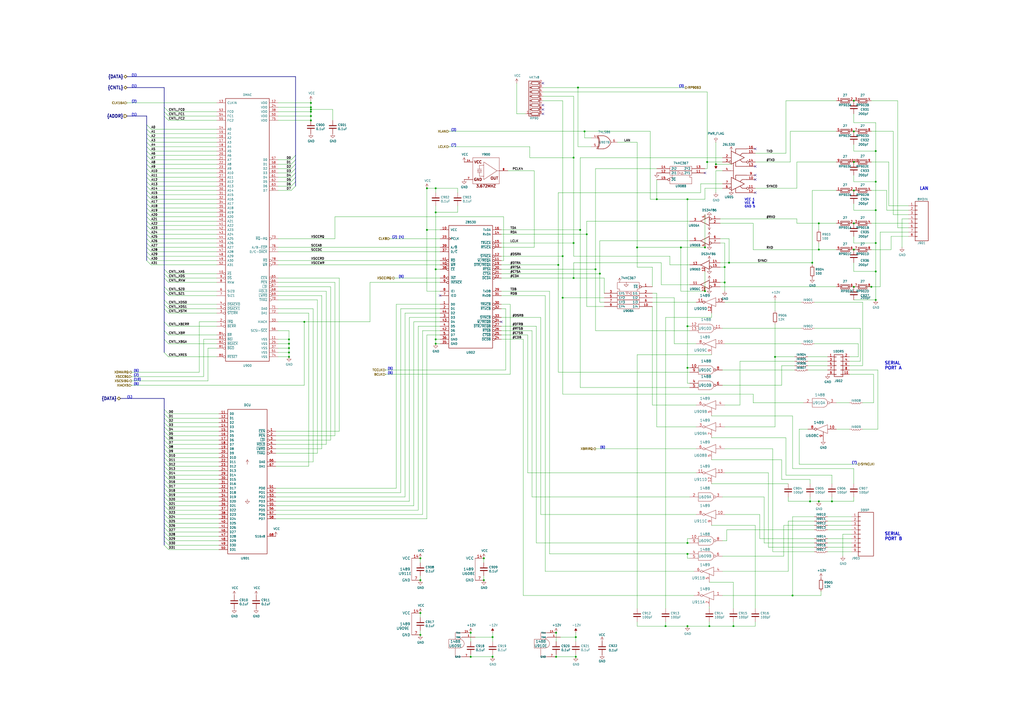
<source format=kicad_sch>
(kicad_sch (version 20231120) (generator "eeschema") (generator_version "8.0")
  (paper "A2")
  (lib_symbols
    (symbol "Atari-TT030:1488-Atari" (pin_names (offset 0.762))
      (property "Reference" "U19" (at 0 -3.81 0))
      (property "Value" "1488-Atari" (at 0 3.81 0))
      (symbol "1488-Atari_1_1"
        (pin passive line (at -8.89 0 0) (length 5.08) (name "~") (number "2"))
        (pin passive inverted (at 10.16 0 180) (length 5.08) (name "~") (number "3"))
      )
      (symbol "1488-Atari_1_2"
        (pin passive inverted (at -15.24 -2.54 0) (length 9.398) (name "~") (number "2"))
        (pin passive line (at 15.24 0 180) (length 7.62) (name "~") (number "3"))
        (pin passive line (at -15.24 2.54 0) (length 7.62) (name "~") (number "4"))
      )
      (symbol "1488-Atari_2_1"
        (pin passive line (at -8.89 1.27 0) (length 5.08) (name "~") (number "4"))
        (pin passive line (at -8.89 -1.27 0) (length 5.08) (name "~") (number "5"))
        (pin passive inverted (at 10.16 0 180) (length 5.08) (name "~") (number "6"))
      )
      (symbol "1488-Atari_2_2"
        (pin passive line (at -15.24 2.54 0) (length 7.62) (name "~") (number "4"))
        (pin passive inverted (at -15.24 -2.54 0) (length 9.398) (name "~") (number "5"))
        (pin passive line (at 15.24 0 180) (length 7.62) (name "~") (number "6"))
      )
      (symbol "1488-Atari_3_1"
        (pin passive line (at -8.89 1.27 0) (length 5.08) (name "~") (number "10"))
        (pin passive inverted (at 10.16 0 180) (length 5.08) (name "~") (number "8"))
        (pin passive line (at -8.89 -1.27 0) (length 5.08) (name "~") (number "9"))
      )
      (symbol "1488-Atari_3_2"
        (pin passive inverted (at -15.24 -2.54 0) (length 9.398) (name "~") (number "10"))
        (pin passive line (at -15.24 2.54 0) (length 7.62) (name "~") (number "4"))
        (pin passive line (at 15.24 0 180) (length 7.62) (name "~") (number "8"))
      )
      (symbol "1488-Atari_4_1"
        (pin passive inverted (at 10.16 0 180) (length 5.08) (name "~") (number "11"))
        (pin passive line (at -8.89 1.27 0) (length 5.08) (name "~") (number "12"))
        (pin passive line (at -8.89 -1.27 0) (length 5.08) (name "~") (number "13"))
      )
      (symbol "1488-Atari_4_2"
        (pin passive line (at 15.24 0 180) (length 7.62) (name "~") (number "11"))
        (pin passive inverted (at -15.24 -2.54 0) (length 9.398) (name "~") (number "13"))
        (pin passive line (at -15.24 2.54 0) (length 7.62) (name "~") (number "4"))
      )
      (symbol "1488-Atari_5_1"
        (pin power_in line (at 11.43 3.81 180) (length 7.5946) (name "Vee") (number "1"))
        (pin passive line (at 8.89 6.35 180) (length 5.08) (name "Vcc") (number "14"))
        (pin passive line (at 8.89 -7.62 180) (length 5.08) (name "GND") (number "7"))
      )
      (symbol "1488-Atari_5_2"
        (pin passive inverted (at -15.24 -2.54 0) (length 9.398) (name "~") (number "2"))
        (pin passive line (at 15.24 0 180) (length 7.62) (name "~") (number "3"))
        (pin passive line (at -15.24 2.54 0) (length 7.62) (name "~") (number "4"))
      )
    )
    (symbol "Atari-TT030:1489-atarist" (pin_names (offset 0.762))
      (property "Reference" "U20" (at 3.81 3.81 0))
      (property "Value" "1489-atarist" (at 5.08 -2.54 0))
      (symbol "1489-atarist_1_0"
        (pin input line (at 0 -6.35 90) (length 4.9022) (name "~") (number "2"))
      )
      (symbol "1489-atarist_1_1"
        (pin input line (at -7.62 0 0) (length 5.08) (name "~") (number "1"))
        (pin tri_state inverted (at 8.89 0 180) (length 5.08) (name "~") (number "3"))
      )
      (symbol "1489-atarist_2_0"
        (pin input line (at 0 -6.35 90) (length 4.9022) (name "~") (number "5"))
      )
      (symbol "1489-atarist_2_1"
        (pin input line (at -7.62 0 0) (length 5.08) (name "~") (number "4"))
        (pin tri_state inverted (at 8.89 0 180) (length 5.08) (name "~") (number "6"))
      )
      (symbol "1489-atarist_3_0"
        (pin input line (at 0 -6.35 90) (length 4.9022) (name "~") (number "9"))
      )
      (symbol "1489-atarist_3_1"
        (pin input line (at -7.62 0 0) (length 5.08) (name "~") (number "10"))
        (pin tri_state inverted (at 8.89 0 180) (length 5.08) (name "~") (number "8"))
      )
      (symbol "1489-atarist_4_0"
        (pin input line (at 0 -6.35 90) (length 4.9022) (name "~") (number "12"))
      )
      (symbol "1489-atarist_4_1"
        (pin tri_state inverted (at 8.89 0 180) (length 5.08) (name "~") (number "11"))
        (pin input line (at -7.62 0 0) (length 5.08) (name "~") (number "13"))
      )
      (symbol "1489-atarist_5_1"
        (pin power_in line (at 5.08 6.35 180) (length 5.08) (name "VCC") (number "14"))
        (pin power_in line (at 5.08 -6.35 180) (length 5.08) (name "GND") (number "7"))
      )
    )
    (symbol "Atari-TT030:26LS30-Atari" (pin_names (offset 1.016))
      (property "Reference" "U" (at 0 -15.24 0))
      (property "Value" "26LS30-Atari" (at 0 15.24 0))
      (symbol "26LS30-Atari_1_1"
        (pin power_in line (at -5.08 11.43 0) (length 0) hide (name "VCC") (number "1"))
        (pin output line (at 8.89 -5.08 180) (length 5.08) (name "~") (number "10"))
        (pin output inverted (at 8.89 -10.16 180) (length 5.08) (name "~") (number "11"))
        (pin output line (at 8.89 -12.7 180) (length 5.08) (name "~") (number "12"))
        (pin output line (at 8.89 2.54 180) (length 5.08) (name "~") (number "13"))
        (pin output inverted (at 8.89 5.08 180) (length 5.08) (name "~") (number "14"))
        (pin output line (at 8.89 10.16 180) (length 5.08) (name "~") (number "15"))
        (pin output line (at 8.89 12.7 180) (length 5.08) (name "~") (number "16"))
        (pin input line (at -10.16 7.62 0) (length 5.08) (name "~") (number "2"))
        (pin input inverted (at -10.16 5.08 0) (length 5.08) (name "~") (number "3"))
        (pin bidirectional line (at -10.16 0 0) (length 5.08) (name "~") (number "4"))
        (pin power_in line (at -5.08 -11.43 0) (length 0) hide (name "GND") (number "5"))
        (pin input inverted (at -10.16 -10.16 0) (length 5.08) (name "~") (number "6"))
        (pin input line (at -10.16 -7.62 0) (length 5.08) (name "~") (number "7"))
        (pin output line (at 8.89 -2.54 180) (length 5.08) (name "~") (number "9"))
        (pin power_in line (at -5.08 3.81 0) (length 0) hide (name "VEE") (number "~"))
      )
    )
    (symbol "Atari-TT030:74LS367-Atari" (pin_names (offset 0.762))
      (property "Reference" "U" (at 7.62 8.89 0))
      (property "Value" "74LS367-Atari" (at 0 -22.86 0))
      (symbol "74LS367-Atari_1_1"
        (pin input inverted (at -13.97 6.35 0) (length 7.62) (name "~{1G}") (number "1"))
        (pin input line (at -13.97 -5.08 0) (length 7.62) (name "1I4") (number "10"))
        (pin power_in line (at 5.08 8.89 0) (length 0) hide (name "VCC") (number "16"))
        (pin input line (at -13.97 2.54 0) (length 7.62) (name "1I1") (number "2"))
        (pin tri_state line (at 13.97 2.54 180) (length 7.62) (name "1Y1") (number "3"))
        (pin input line (at -13.97 0 0) (length 7.62) (name "1I2") (number "4"))
        (pin tri_state line (at 13.97 0 180) (length 7.62) (name "1Y2") (number "5"))
        (pin input line (at -13.97 -2.54 0) (length 7.62) (name "1I3") (number "6"))
        (pin tri_state line (at 13.97 -2.54 180) (length 7.62) (name "1Y3") (number "7"))
        (pin power_in line (at 1.27 8.89 0) (length 0) hide (name "GND") (number "8"))
        (pin tri_state line (at 13.97 -5.08 180) (length 7.62) (name "1Y4") (number "9"))
      )
      (symbol "74LS367-Atari_2_1"
        (pin tri_state line (at 13.97 -15.24 180) (length 7.62) (name "2Y1") (number "11"))
        (pin input line (at -13.97 -15.24 0) (length 7.62) (name "2I1") (number "12"))
        (pin tri_state line (at 13.97 -17.78 180) (length 7.62) (name "2Y2") (number "13"))
        (pin input line (at -13.97 -17.78 0) (length 7.62) (name "2I2") (number "14"))
        (pin input inverted (at -13.97 -11.43 0) (length 7.62) (name "~{2G}") (number "15"))
      )
    )
    (symbol "Atari-TT030:74LS86-Atari" (pin_names (offset 1.016))
      (property "Reference" "U" (at 0 1.27 0))
      (property "Value" "74LS86-Atari" (at 0 -1.27 0))
      (symbol "74LS86-Atari_1_0"
        (pin input line (at -7.62 2.54 0) (length 4.445) (name "~") (number "1"))
        (pin input line (at -7.62 -2.54 0) (length 4.445) (name "~") (number "2"))
        (pin output line (at 7.62 0 180) (length 3.81) (name "~") (number "3"))
      )
      (symbol "74LS86-Atari_2_0"
        (pin input line (at -7.62 2.54 0) (length 4.445) (name "~") (number "4"))
        (pin input line (at -7.62 -2.54 0) (length 4.445) (name "~") (number "5"))
        (pin output line (at 7.62 0 180) (length 3.81) (name "~") (number "6"))
      )
      (symbol "74LS86-Atari_3_0"
        (pin input line (at -7.62 -2.54 0) (length 4.445) (name "~") (number "10"))
        (pin output line (at 7.62 0 180) (length 3.81) (name "~") (number "8"))
        (pin input line (at -7.62 2.54 0) (length 4.445) (name "~") (number "9"))
      )
      (symbol "74LS86-Atari_4_0"
        (pin output line (at 7.62 0 180) (length 3.81) (name "~") (number "11"))
        (pin input line (at -7.62 2.54 0) (length 4.445) (name "~") (number "12"))
        (pin input line (at -7.62 -2.54 0) (length 4.445) (name "~") (number "13"))
      )
      (symbol "74LS86-Atari_5_0"
        (pin power_in line (at 0 12.7 270) (length 5.08) (name "VCC") (number "14"))
        (pin power_in line (at 0 -12.7 90) (length 5.08) (name "GND") (number "7"))
      )
    )
    (symbol "Atari-TT030:DCU-Atari" (pin_names (offset 1.016))
      (property "Reference" "U" (at 0 -43.18 0))
      (property "Value" "DCU-Atari" (at 0 43.18 0))
      (symbol "DCU-Atari_1_0"
        (pin bidirectional inverted (at 16.51 29.21 180) (length 5.08) (name "~{CEN}") (number "1"))
        (pin power_in line (at 0 -10.16 270) (length 5.08) hide (name "GND") (number "10"))
        (pin bidirectional line (at -16.51 39.37 0) (length 5.08) (name "D0") (number "11"))
        (pin bidirectional line (at -16.51 36.83 0) (length 5.08) (name "D1") (number "12"))
        (pin bidirectional line (at -16.51 34.29 0) (length 5.08) (name "D2") (number "13"))
        (pin bidirectional line (at -16.51 31.75 0) (length 5.08) (name "D3") (number "14"))
        (pin bidirectional line (at -16.51 29.21 0) (length 5.08) (name "D4") (number "15"))
        (pin bidirectional line (at -16.51 26.67 0) (length 5.08) (name "D5") (number "16"))
        (pin bidirectional line (at -16.51 24.13 0) (length 5.08) (name "D6") (number "17"))
        (pin bidirectional line (at -16.51 21.59 0) (length 5.08) (name "D7") (number "18"))
        (pin bidirectional line (at -16.51 19.05 0) (length 5.08) (name "D8") (number "19"))
        (pin bidirectional inverted (at 16.51 26.67 180) (length 5.08) (name "~{PEN}") (number "2"))
        (pin bidirectional line (at -16.51 16.51 0) (length 5.08) (name "D9") (number "20"))
        (pin bidirectional line (at -16.51 13.97 0) (length 5.08) (name "D10") (number "21"))
        (pin bidirectional line (at -16.51 11.43 0) (length 5.08) (name "D11") (number "22"))
        (pin bidirectional line (at -16.51 8.89 0) (length 5.08) (name "D12") (number "23"))
        (pin bidirectional line (at -16.51 6.35 0) (length 5.08) (name "D13") (number "24"))
        (pin power_in line (at 0 -10.16 270) (length 5.08) hide (name "GND") (number "25"))
        (pin power_in line (at 0 10.16 90) (length 5.08) hide (name "VCC") (number "26"))
        (pin power_in line (at 0 10.16 90) (length 5.08) hide (name "VCC") (number "27"))
        (pin power_in line (at 0 -10.16 270) (length 5.08) hide (name "GND") (number "28"))
        (pin bidirectional line (at -16.51 3.81 0) (length 5.08) (name "D14") (number "29"))
        (pin bidirectional inverted (at 16.51 24.13 180) (length 5.08) (name "~{LDI}") (number "3"))
        (pin bidirectional line (at -16.51 1.27 0) (length 5.08) (name "D15") (number "30"))
        (pin bidirectional line (at -16.51 -1.27 0) (length 5.08) (name "D16") (number "31"))
        (pin bidirectional line (at -16.51 -3.81 0) (length 5.08) (name "D17") (number "32"))
        (pin bidirectional line (at -16.51 -6.35 0) (length 5.08) (name "D18") (number "33"))
        (pin bidirectional line (at -16.51 -8.89 0) (length 5.08) (name "D19") (number "34"))
        (pin bidirectional line (at -16.51 -11.43 0) (length 5.08) (name "D20") (number "35"))
        (pin bidirectional line (at -16.51 -13.97 0) (length 5.08) (name "D21") (number "36"))
        (pin bidirectional line (at -16.51 -16.51 0) (length 5.08) (name "D22") (number "37"))
        (pin bidirectional line (at -16.51 -19.05 0) (length 5.08) (name "D23") (number "38"))
        (pin bidirectional line (at -16.51 -21.59 0) (length 5.08) (name "D24") (number "39"))
        (pin bidirectional inverted (at 16.51 21.59 180) (length 5.08) (name "~{HOLD}") (number "4"))
        (pin bidirectional line (at -16.51 -24.13 0) (length 5.08) (name "D25") (number "40"))
        (pin bidirectional line (at -16.51 -26.67 0) (length 5.08) (name "D26") (number "41"))
        (pin power_in line (at 0 -10.16 270) (length 5.08) hide (name "GND") (number "42"))
        (pin power_in line (at 0 10.16 90) (length 5.08) hide (name "VCC") (number "43"))
        (pin power_in line (at 0 10.16 90) (length 5.08) hide (name "VCC") (number "44"))
        (pin power_in line (at 0 -10.16 270) (length 5.08) hide (name "GND") (number "45"))
        (pin bidirectional line (at -16.51 -29.21 0) (length 5.08) (name "D27") (number "46"))
        (pin bidirectional line (at -16.51 -31.75 0) (length 5.08) (name "D28") (number "47"))
        (pin bidirectional line (at -16.51 -34.29 0) (length 5.08) (name "D29") (number "48"))
        (pin bidirectional line (at -16.51 -36.83 0) (length 5.08) (name "D30") (number "49"))
        (pin bidirectional inverted (at 16.51 19.05 180) (length 5.08) (name "~{LWRD}") (number "5"))
        (pin bidirectional line (at -16.51 -39.37 0) (length 5.08) (name "D31") (number "50"))
        (pin bidirectional line (at 16.51 -3.81 180) (length 5.08) (name "PD0") (number "51"))
        (pin bidirectional line (at 16.51 -6.35 180) (length 5.08) (name "PD1") (number "52"))
        (pin bidirectional line (at 16.51 -8.89 180) (length 5.08) (name "PD2") (number "53"))
        (pin bidirectional line (at 16.51 -11.43 180) (length 5.08) (name "PD3") (number "54"))
        (pin bidirectional line (at 16.51 -13.97 180) (length 5.08) (name "PD4") (number "55"))
        (pin bidirectional line (at 16.51 -16.51 180) (length 5.08) (name "PD5") (number "56"))
        (pin bidirectional line (at 16.51 -19.05 180) (length 5.08) (name "PD6") (number "57"))
        (pin bidirectional line (at 16.51 -21.59 180) (length 5.08) (name "PD7") (number "58"))
        (pin power_in line (at 0 -10.16 270) (length 5.08) hide (name "GND") (number "59"))
        (pin bidirectional inverted (at 16.51 16.51 180) (length 5.08) (name "~{THAU}") (number "6"))
        (pin power_in line (at 0 10.16 90) (length 5.08) hide (name "VCC") (number "60"))
        (pin power_in line (at 0 10.16 90) (length 5.08) hide (name "VCC") (number "61"))
        (pin power_in line (at 0 -10.16 270) (length 5.08) hide (name "GND") (number "62"))
        (pin bidirectional line (at 16.51 11.43 180) (length 5.08) (name "DA0") (number "66"))
        (pin bidirectional line (at 16.51 8.89 180) (length 5.08) (name "DA1") (number "67"))
        (pin bidirectional line (at 16.51 -31.75 180) (length 5.08) (name "S16x8~{}") (number "68"))
        (pin power_in line (at 0 -10.16 270) (length 5.08) hide (name "GND") (number "7"))
        (pin power_in line (at 0 10.16 90) (length 5.08) hide (name "VCC") (number "8"))
        (pin power_in line (at 0 10.16 90) (length 5.08) hide (name "VCC") (number "9"))
      )
    )
    (symbol "Atari-TT030:DMAC-Atari" (pin_names (offset 1.016))
      (property "Reference" "U" (at 0 -77.47 0))
      (property "Value" "DMAC-Atari" (at 0 77.47 0))
      (symbol "DMAC-Atari_1_0"
        (pin input inverted (at -17.78 -55.88 0) (length 5.08) (name "~{BERR}") (number "1"))
        (pin input inverted (at -17.78 -25.4 0) (length 5.08) (name "~{AS}") (number "10"))
        (pin power_in line (at 17.78 -63.5 180) (length 5.08) (name "VSS") (number "11"))
        (pin power_in line (at 17.78 73.66 180) (length 5.08) (name "VDO") (number "12"))
        (pin input line (at -17.78 73.66 0) (length 5.08) (name "CLKIN") (number "13"))
        (pin input line (at -17.78 58.42 0) (length 5.08) (name "A0") (number "14"))
        (pin input line (at -17.78 55.88 0) (length 5.08) (name "A1") (number "15"))
        (pin input line (at -17.78 53.34 0) (length 5.08) (name "A2") (number "16"))
        (pin input line (at -17.78 50.8 0) (length 5.08) (name "A3") (number "17"))
        (pin input line (at -17.78 48.26 0) (length 5.08) (name "A4") (number "18"))
        (pin input line (at -17.78 45.72 0) (length 5.08) (name "A5") (number "19"))
        (pin input inverted (at -17.78 -53.34 0) (length 5.08) (name "~{IRQ}") (number "2"))
        (pin input line (at -17.78 43.18 0) (length 5.08) (name "A6") (number "20"))
        (pin input line (at -17.78 40.64 0) (length 5.08) (name "A7") (number "21"))
        (pin input line (at -17.78 38.1 0) (length 5.08) (name "A8") (number "22"))
        (pin input line (at -17.78 35.56 0) (length 5.08) (name "A9") (number "23"))
        (pin power_in line (at 17.78 71.12 180) (length 5.08) (name "VDO") (number "24"))
        (pin power_in line (at 17.78 -66.04 180) (length 5.08) (name "VSS") (number "25"))
        (pin input line (at -17.78 33.02 0) (length 5.08) (name "A10") (number "26"))
        (pin input line (at -17.78 30.48 0) (length 5.08) (name "A11") (number "27"))
        (pin input line (at -17.78 27.94 0) (length 5.08) (name "A12") (number "28"))
        (pin input line (at -17.78 25.4 0) (length 5.08) (name "A13") (number "29"))
        (pin input inverted (at -17.78 -48.26 0) (length 5.08) (name "~{STERM}") (number "3"))
        (pin input line (at -17.78 22.86 0) (length 5.08) (name "A14") (number "30"))
        (pin input line (at -17.78 20.32 0) (length 5.08) (name "A15") (number "31"))
        (pin input line (at -17.78 17.78 0) (length 5.08) (name "A16") (number "32"))
        (pin input line (at 17.78 -53.34 180) (length 5.08) (name "XIACK") (number "33"))
        (pin input line (at -17.78 15.24 0) (length 5.08) (name "A17") (number "34"))
        (pin input line (at -17.78 12.7 0) (length 5.08) (name "A18") (number "35"))
        (pin input line (at -17.78 10.16 0) (length 5.08) (name "A19") (number "36"))
        (pin power_in line (at 17.78 -68.58 180) (length 5.08) (name "VSS") (number "37"))
        (pin power_in line (at 17.78 68.58 180) (length 5.08) (name "VDO") (number "38"))
        (pin input line (at -17.78 7.62 0) (length 5.08) (name "A20") (number "39"))
        (pin input inverted (at -17.78 -43.18 0) (length 5.08) (name "~{DSACK0}") (number "4"))
        (pin input line (at -17.78 5.08 0) (length 5.08) (name "A21") (number "40"))
        (pin input line (at -17.78 2.54 0) (length 5.08) (name "A22") (number "41"))
        (pin input line (at -17.78 0 0) (length 5.08) (name "A23") (number "42"))
        (pin input line (at -17.78 -2.54 0) (length 5.08) (name "A24") (number "43"))
        (pin input line (at -17.78 -5.08 0) (length 5.08) (name "A25") (number "44"))
        (pin input line (at -17.78 -7.62 0) (length 5.08) (name "A26") (number "45"))
        (pin input line (at -17.78 -10.16 0) (length 5.08) (name "A27") (number "46"))
        (pin input line (at -17.78 -12.7 0) (length 5.08) (name "A28") (number "47"))
        (pin input line (at -17.78 -15.24 0) (length 5.08) (name "A29") (number "48"))
        (pin input line (at -17.78 -17.78 0) (length 5.08) (name "A30") (number "49"))
        (pin input inverted (at -17.78 -45.72 0) (length 5.08) (name "~{DSACK1}") (number "5"))
        (pin power_in line (at 17.78 66.04 180) (length 5.08) (name "VDO") (number "50"))
        (pin power_in line (at 17.78 -71.12 180) (length 5.08) (name "VSS") (number "51"))
        (pin input line (at -17.78 -20.32 0) (length 5.08) (name "A31") (number "52"))
        (pin input line (at -17.78 68.58 0) (length 5.08) (name "FC0") (number "53"))
        (pin input line (at -17.78 66.04 0) (length 5.08) (name "FC1") (number "54"))
        (pin input line (at -17.78 63.5 0) (length 5.08) (name "FC2") (number "55"))
        (pin input line (at 17.78 -58.42 180) (length 5.08) (name "SCSI-~{SCC}") (number "56"))
        (pin bidirectional line (at 17.78 40.64 180) (length 5.08) (name "D0") (number "57"))
        (pin bidirectional line (at 17.78 38.1 180) (length 5.08) (name "D1") (number "58"))
        (pin bidirectional line (at 17.78 35.56 180) (length 5.08) (name "D2") (number "59"))
        (pin input line (at -17.78 -35.56 0) (length 5.08) (name "SIZ0") (number "6"))
        (pin bidirectional line (at 17.78 33.02 180) (length 5.08) (name "D3") (number "60"))
        (pin bidirectional line (at 17.78 30.48 180) (length 5.08) (name "D4") (number "61"))
        (pin bidirectional line (at 17.78 27.94 180) (length 5.08) (name "D5") (number "62"))
        (pin bidirectional line (at 17.78 25.4 180) (length 5.08) (name "D6") (number "63"))
        (pin bidirectional line (at 17.78 22.86 180) (length 5.08) (name "D7") (number "64"))
        (pin input inverted (at 17.78 -27.94 180) (length 5.08) (name "~{CEN}") (number "65"))
        (pin input inverted (at 17.78 -30.48 180) (length 5.08) (name "~{PEN}") (number "66"))
        (pin input inverted (at 17.78 -33.02 180) (length 5.08) (name "~{LDI}") (number "67"))
        (pin input inverted (at 17.78 -35.56 180) (length 5.08) (name "~{HOLD}") (number "68"))
        (pin input inverted (at 17.78 -38.1 180) (length 5.08) (name "~{LWRD}") (number "69"))
        (pin input line (at -17.78 -38.1 0) (length 5.08) (name "SIZ1") (number "7"))
        (pin input inverted (at 17.78 -40.64 180) (length 5.08) (name "~{THAU}") (number "70"))
        (pin input line (at 17.78 -45.72 180) (length 5.08) (name "DA0") (number "71"))
        (pin input line (at 17.78 -48.26 180) (length 5.08) (name "DA1") (number "72"))
        (pin input inverted (at 17.78 -5.08 180) (length 5.08) (name "~{RQ}-RQ") (number "73"))
        (pin power_in line (at 17.78 -73.66 180) (length 5.08) (name "VSS") (number "74"))
        (pin power_in line (at 17.78 63.5 180) (length 5.08) (name "VDO") (number "75"))
        (pin output line (at 17.78 -10.16 180) (length 5.08) (name "A/B-~{EOP}") (number "76"))
        (pin output line (at 17.78 -12.7 180) (length 5.08) (name "D/C-~{DACK}") (number "77"))
        (pin output inverted (at 17.78 -17.78 180) (length 5.08) (name "~{RD}") (number "78"))
        (pin output inverted (at 17.78 -20.32 180) (length 5.08) (name "~{WR}") (number "79"))
        (pin input line (at -17.78 -30.48 0) (length 5.08) (name "RXW") (number "8"))
        (pin input inverted (at -17.78 -73.66 0) (length 5.08) (name "~{RESET}") (number "80"))
        (pin input inverted (at -17.78 -68.58 0) (length 5.08) (name "~{BGO}") (number "81"))
        (pin input inverted (at -17.78 -66.04 0) (length 5.08) (name "~{BGACK}") (number "82"))
        (pin input inverted (at -17.78 -63.5 0) (length 5.08) (name "~{BGI}") (number "83"))
        (pin input inverted (at -17.78 -60.96 0) (length 5.08) (name "~{BR}") (number "84"))
        (pin input inverted (at -17.78 -27.94 0) (length 5.08) (name "~{DS}") (number "9"))
      )
    )
    (symbol "Atari-TT030:J304-Atari" (pin_names (offset 1.016) hide)
      (property "Reference" "J" (at 0 13.97 0))
      (property "Value" "J304-Atari" (at 0 -13.97 0))
      (symbol "J304-Atari_1_1"
        (pin passive line (at -5.08 10.16 0) (length 3.81) (name "Pin_1") (number "1"))
        (pin passive line (at -5.08 7.62 0) (length 3.81) (name "Pin_2") (number "2"))
        (pin passive line (at -5.08 5.08 0) (length 3.81) (name "Pin_3") (number "3"))
        (pin passive line (at -5.08 2.54 0) (length 3.81) (name "Pin_4") (number "4"))
        (pin passive line (at -5.08 0 0) (length 3.81) (name "Pin_5") (number "5"))
        (pin passive line (at -5.08 -2.54 0) (length 3.81) (name "Pin_6") (number "6"))
        (pin passive line (at -5.08 -5.08 0) (length 3.81) (name "Pin_7") (number "7"))
        (pin passive line (at -5.08 -7.62 0) (length 3.81) (name "Pin_8") (number "8"))
        (pin passive line (at -5.08 -10.16 0) (length 3.81) (name "Pin_9") (number "9"))
      )
    )
    (symbol "Atari-TT030:J600-Atari" (pin_names (offset 1.016) hide)
      (property "Reference" "J" (at 1.27 7.62 0))
      (property "Value" "J600-Atari" (at 1.27 -7.62 0))
      (symbol "J600-Atari_1_1"
        (pin passive line (at -5.08 5.08 0) (length 3.81) (name "Pin_1") (number "1"))
        (pin passive line (at 7.62 -5.08 180) (length 3.81) (name "Pin_10") (number "10"))
        (pin passive line (at 7.62 5.08 180) (length 3.81) (name "Pin_2") (number "2"))
        (pin passive line (at -5.08 2.54 0) (length 3.81) (name "Pin_3") (number "3"))
        (pin passive line (at 7.62 2.54 180) (length 3.81) (name "Pin_4") (number "4"))
        (pin passive line (at -5.08 0 0) (length 3.81) (name "Pin_5") (number "5"))
        (pin passive line (at 7.62 0 180) (length 3.81) (name "Pin_6") (number "6"))
        (pin passive line (at -5.08 -2.54 0) (length 3.81) (name "Pin_7") (number "7"))
        (pin passive line (at 7.62 -2.54 180) (length 3.81) (name "Pin_8") (number "8"))
        (pin passive line (at -5.08 -5.08 0) (length 3.81) (name "Pin_9") (number "9"))
      )
    )
    (symbol "Atari-TT030:J901-Atari" (pin_names (offset 1.016) hide)
      (property "Reference" "J" (at 2.54 11.43 0))
      (property "Value" "J901-Atari" (at 2.54 -13.97 0))
      (symbol "J901-Atari_1_1"
        (pin passive line (at -5.08 7.62 0) (length 3.81) (name "Pin_1") (number "1"))
        (pin passive line (at -5.08 5.08 0) (length 3.81) (name "Pin_2") (number "2"))
        (pin passive line (at -5.08 2.54 0) (length 3.81) (name "Pin_3") (number "3"))
        (pin passive line (at -5.08 0 0) (length 3.81) (name "Pin_4") (number "4"))
        (pin passive line (at -5.08 -2.54 0) (length 3.81) (name "Pin_5") (number "5"))
        (pin passive line (at -5.08 -5.08 0) (length 3.81) (name "Pin_6") (number "6"))
        (pin passive line (at -5.08 -7.62 0) (length 3.81) (name "Pin_7") (number "7"))
        (pin passive line (at -5.08 -10.16 0) (length 3.81) (name "Pin_8") (number "8"))
      )
    )
    (symbol "Atari-TT030:MC3486N-Atari" (pin_names (offset 1.016) hide)
      (property "Reference" "U" (at -7.62 7.62 0))
      (property "Value" "MC3486N-Atari" (at 5.08 5.08 0))
      (symbol "MC3486N-Atari_1_1"
        (pin input inverted (at -11.43 1.27 0) (length 6.35) (name "E-") (number "1"))
        (pin power_in line (at -5.08 -2.54 90) (length 0) hide (name "VCC") (number "16"))
        (pin input line (at -11.43 -1.27 0) (length 6.35) (name "E+") (number "2"))
        (pin tri_state line (at 6.35 0 180) (length 6.35) (name "OUT") (number "3"))
        (pin input line (at -2.54 3.81 270) (length 2.54) (name "ENABLE") (number "4"))
        (pin power_in line (at -5.08 2.54 270) (length 0) hide (name "GND") (number "8"))
      )
      (symbol "MC3486N-Atari_2_1"
        (pin power_in line (at -5.08 -2.54 90) (length 0) hide (name "VCC") (number "16"))
        (pin input line (at -2.54 3.81 270) (length 2.54) (name "ENABLE") (number "4"))
        (pin tri_state line (at 6.35 0 180) (length 6.35) (name "OUT") (number "5"))
        (pin input line (at -11.43 -1.27 0) (length 6.35) (name "E+") (number "6"))
        (pin input inverted (at -11.43 1.27 0) (length 6.35) (name "E-") (number "7"))
        (pin power_in line (at -5.08 2.54 270) (length 0) hide (name "GND") (number "8"))
      )
      (symbol "MC3486N-Atari_3_1"
        (pin input line (at -11.43 -1.27 0) (length 6.35) (name "E+") (number "10"))
        (pin tri_state line (at 6.35 0 180) (length 6.35) (name "OUT") (number "11"))
        (pin input line (at -2.54 3.81 270) (length 2.54) (name "ENABLE") (number "12"))
        (pin power_in line (at -5.08 -2.54 90) (length 0) hide (name "VCC") (number "16"))
        (pin power_in line (at -5.08 2.54 270) (length 0) hide (name "GND") (number "8"))
        (pin input inverted (at -11.43 1.27 0) (length 6.35) (name "E-") (number "9"))
      )
      (symbol "MC3486N-Atari_4_1"
        (pin input line (at -2.54 3.81 270) (length 2.54) (name "ENABLE") (number "12"))
        (pin tri_state line (at 6.35 0 180) (length 6.35) (name "OUT") (number "13"))
        (pin input line (at -11.43 -1.27 0) (length 6.35) (name "E+") (number "14"))
        (pin input inverted (at -11.43 1.27 0) (length 6.35) (name "E-") (number "15"))
        (pin power_in line (at -5.08 -2.54 90) (length 0) hide (name "VCC") (number "16"))
        (pin power_in line (at -5.08 2.54 270) (length 0) hide (name "GND") (number "8"))
      )
    )
    (symbol "Atari-TT030:RP8-Atari" (pin_names (offset 0) hide)
      (property "Reference" "RN" (at 0 11.43 0))
      (property "Value" "RP8-Atari" (at 0 -11.43 0))
      (symbol "RP8-Atari_1_1"
        (pin passive line (at 5.08 8.89 180) (length 2.54) (name "common") (number "1"))
        (pin passive line (at -5.08 -8.89 0) (length 2.54) (name "R8") (number "2"))
        (pin passive line (at -5.08 -6.35 0) (length 2.54) (name "R7") (number "3"))
        (pin passive line (at -5.08 -3.81 0) (length 2.54) (name "R6") (number "4"))
        (pin passive line (at -5.08 -1.27 0) (length 2.54) (name "R5") (number "5"))
        (pin passive line (at -5.08 1.27 0) (length 2.54) (name "R4") (number "6"))
        (pin passive line (at -5.08 3.81 0) (length 2.54) (name "R3") (number "7"))
        (pin passive line (at -5.08 6.35 0) (length 2.54) (name "R2") (number "8"))
        (pin passive line (at -5.08 8.89 0) (length 2.54) (name "R1") (number "9"))
      )
    )
    (symbol "Atari-TT030:RP90x-Atari" (pin_names (offset 0) hide)
      (property "Reference" "RP" (at 0 2.54 0))
      (property "Value" "RP90x-Atari" (at 0 -2.54 0))
      (symbol "RP90x-Atari_1_1"
        (pin passive line (at -5.08 0 0) (length 2.54) (name "R1.1") (number "1"))
        (pin passive line (at 5.08 0 180) (length 2.54) (name "R1.2") (number "2"))
      )
      (symbol "RP90x-Atari_2_1"
        (pin passive line (at -5.08 0 0) (length 2.54) (name "R2.1") (number "3"))
        (pin passive line (at 5.08 0 180) (length 2.54) (name "R2.2") (number "4"))
      )
      (symbol "RP90x-Atari_3_1"
        (pin passive line (at -5.08 0 0) (length 2.54) (name "R3.1") (number "5"))
        (pin passive line (at 5.08 0 180) (length 2.54) (name "R3.2") (number "6"))
      )
      (symbol "RP90x-Atari_4_1"
        (pin passive line (at -5.08 0 0) (length 2.54) (name "R4.1") (number "7"))
        (pin passive line (at 5.08 0 180) (length 2.54) (name "R4.2") (number "8"))
      )
      (symbol "RP90x-Atari_5_1"
        (pin passive line (at 5.08 0 180) (length 2.54) (name "R5.2") (number "10"))
        (pin passive line (at -5.08 0 0) (length 2.54) (name "R5.1") (number "9"))
      )
    )
    (symbol "Atari-TT030:Y900-Atari" (pin_names (offset 1.016))
      (property "Reference" "U" (at 0 8.255 0))
      (symbol "Y900-Atari_0_0"
        (text "3.672MHZ" (at 0 -8.89 0) (effects (font (size 1.524 1.524) (bold yes))))
      )
      (symbol "Y900-Atari_1_0"
        (text "GND" (at -4.699 -5.08 0) (effects (font (size 1.524 1.524) (bold yes))))
        (text "OUT" (at 4.826 -4.318 0) (effects (font (size 1.524 1.524) (bold yes))))
        (text "VCC" (at -4.699 5.08 0) (effects (font (size 1.524 1.524) (bold yes))))
      )
      (symbol "Y900-Atari_1_1"
        (pin power_in line (at -12.7 5.08 0) (length 5.08) (name "~") (number "14"))
        (pin power_in line (at -12.7 -5.08 0) (length 5.08) (name "~") (number "7"))
        (pin output line (at 12.7 0 180) (length 5.08) (name "~") (number "8"))
      )
    )
    (symbol "Atari-TT030:Z8530-Atari" (pin_names (offset 1.016))
      (property "Reference" "U" (at 0 -36.83 0))
      (property "Value" "Z8530-Atari" (at 0 36.83 0))
      (symbol "Z8530-Atari_0_0"
        (pin no_connect line (at 0 -2.54 0) (length 0) hide (name "NC") (number "17"))
        (pin no_connect line (at 0 2.54 0) (length 0) hide (name "NC") (number "18"))
        (pin no_connect line (at 0 0 0) (length 0) hide (name "NC") (number "28"))
        (pin power_in line (at -17.78 -30.48 0) (length 5.08) (name "GND") (number "36"))
      )
      (symbol "Z8530-Atari_1_1"
        (pin bidirectional line (at -17.78 -10.16 0) (length 5.08) (name "D0") (number "1"))
        (pin power_in line (at -17.78 33.02 0) (length 5.08) (name "VCC") (number "10"))
        (pin output inverted (at 17.78 15.24 180) (length 5.08) (name "~{W/REQA}") (number "11"))
        (pin bidirectional inverted (at 17.78 17.78 180) (length 5.08) (name "~{SYNCA}") (number "12"))
        (pin input inverted (at 17.78 22.86 180) (length 5.08) (name "~{RTxCA}") (number "13"))
        (pin input line (at 17.78 30.48 180) (length 5.08) (name "RxDA") (number "14"))
        (pin bidirectional inverted (at 17.78 25.4 180) (length 5.08) (name "~{TRxCA}") (number "15"))
        (pin output line (at 17.78 33.02 180) (length 5.08) (name "TxDA") (number "16"))
        (pin output inverted (at 17.78 12.7 180) (length 5.08) (name "~{DTR/REQA}") (number "19"))
        (pin bidirectional line (at -17.78 -12.7 0) (length 5.08) (name "D1") (number "2"))
        (pin output inverted (at 17.78 10.16 180) (length 5.08) (name "~{RTSA}") (number "20"))
        (pin input inverted (at 17.78 7.62 180) (length 5.08) (name "~{CTSA}") (number "21"))
        (pin input inverted (at 17.78 5.08 180) (length 5.08) (name "~{DCDA}") (number "22"))
        (pin input clock (at -17.78 27.94 0) (length 5.08) (name "PCLK") (number "23"))
        (pin input inverted (at 17.78 -30.48 180) (length 5.08) (name "~{DCDB}") (number "24"))
        (pin input inverted (at 17.78 -27.94 180) (length 5.08) (name "~{CTSB}") (number "25"))
        (pin output inverted (at 17.78 -25.4 180) (length 5.08) (name "~{RTSB}") (number "26"))
        (pin output inverted (at 17.78 -22.86 180) (length 5.08) (name "~{DTR/REQB}") (number "27"))
        (pin output line (at 17.78 -2.54 180) (length 5.08) (name "TxDB") (number "29"))
        (pin bidirectional line (at -17.78 -17.78 0) (length 5.08) (name "D3") (number "3"))
        (pin bidirectional inverted (at 17.78 -10.16 180) (length 5.08) (name "~{TRxCB}") (number "30"))
        (pin input line (at 17.78 -5.08 180) (length 5.08) (name "RxDB") (number "31"))
        (pin input inverted (at 17.78 -12.7 180) (length 5.08) (name "~{RTxCB}") (number "32"))
        (pin bidirectional inverted (at 17.78 -17.78 180) (length 5.08) (name "~{SYNCB}") (number "33"))
        (pin output inverted (at 17.78 -20.32 180) (length 5.08) (name "~{W/REQB}") (number "34"))
        (pin power_in line (at -17.78 -33.02 0) (length 5.08) (name "GND") (number "35"))
        (pin input line (at -17.78 20.32 0) (length 5.08) (name "D/~{C}") (number "37"))
        (pin input inverted (at -17.78 10.16 0) (length 5.08) (name "~{CE}") (number "38"))
        (pin input line (at -17.78 22.86 0) (length 5.08) (name "A/~{B}") (number "39"))
        (pin bidirectional line (at -17.78 -22.86 0) (length 5.08) (name "D5") (number "4"))
        (pin input inverted (at -17.78 12.7 0) (length 5.08) (name "~{WR}") (number "40"))
        (pin input inverted (at -17.78 15.24 0) (length 5.08) (name "~{RD}") (number "41"))
        (pin bidirectional line (at -17.78 -25.4 0) (length 5.08) (name "D6") (number "42"))
        (pin bidirectional line (at -17.78 -20.32 0) (length 5.08) (name "D4") (number "43"))
        (pin bidirectional line (at -17.78 -15.24 0) (length 5.08) (name "D2") (number "44"))
        (pin bidirectional line (at -17.78 -27.94 0) (length 5.08) (name "D7") (number "5"))
        (pin output inverted (at -17.78 5.08 0) (length 5.08) (name "~{INT}") (number "6"))
        (pin output line (at -17.78 -5.08 0) (length 5.08) (name "IEO") (number "7"))
        (pin input line (at -17.78 -2.54 0) (length 5.08) (name "IEI") (number "8"))
        (pin input inverted (at -17.78 2.54 0) (length 5.08) (name "~{INTACK}") (number "9"))
      )
    )
    (symbol "Device:C" (pin_numbers hide) (pin_names (offset 0.254))
      (property "Reference" "C" (at 0.635 2.54 0))
      (property "Value" "C" (at 0.635 -2.54 0))
      (symbol "C_1_1"
        (pin passive line (at 0 3.81 270) (length 2.794) (name "~") (number "1"))
        (pin passive line (at 0 -3.81 90) (length 2.794) (name "~") (number "2"))
      )
    )
    (symbol "Device:L" (pin_numbers hide) (pin_names (offset 1.016) hide)
      (property "Reference" "L" (at -1.27 0 90))
      (property "Value" "L" (at 1.905 0 90))
      (symbol "L_1_1"
        (pin passive line (at 0 3.81 270) (length 1.27) (name "1") (number "1"))
        (pin passive line (at 0 -3.81 90) (length 1.27) (name "2") (number "2"))
      )
    )
    (symbol "Device:R" (pin_numbers hide) (pin_names (offset 0))
      (property "Reference" "R" (at 2.032 0 90))
      (property "Value" "R" (at 0 0 90))
      (symbol "R_1_1"
        (pin passive line (at 0 3.81 270) (length 1.27) (name "~") (number "1"))
        (pin passive line (at 0 -3.81 90) (length 1.27) (name "~") (number "2"))
      )
    )
    (symbol "power:+12V" (power) (pin_numbers hide) (pin_names (offset 0) hide)
      (property "Value" "+12V" (at 0 3.556 0))
      (symbol "+12V_1_1"
        (pin power_in line (at 0 0 90) (length 0) (name "~") (number "1"))
      )
    )
    (symbol "power:-12V" (power) (pin_numbers hide) (pin_names (offset 0) hide)
      (property "Value" "-12V" (at 0 3.556 0))
      (symbol "-12V_0_0"
        (pin power_in line (at 0 0 90) (length 0) (name "~") (number "1"))
      )
    )
    (symbol "power:GND" (power) (pin_numbers hide) (pin_names (offset 0) hide)
      (property "Value" "GND" (at 0 -3.81 0))
      (symbol "GND_1_1"
        (pin power_in line (at 0 0 270) (length 0) (name "~") (number "1"))
      )
    )
    (symbol "power:PWR_FLAG" (power) (pin_numbers hide) (pin_names (offset 0) hide)
      (property "Value" "PWR_FLAG" (at 0 3.81 0))
      (symbol "PWR_FLAG_0_0"
        (pin power_out line (at 0 0 90) (length 0) (name "~") (number "1"))
      )
    )
    (symbol "power:VCC" (power) (pin_numbers hide) (pin_names (offset 0) hide)
      (property "Value" "VCC" (at 0 3.556 0))
      (symbol "VCC_1_1"
        (pin power_in line (at 0 0 90) (length 0) (name "~") (number "1"))
      )
    )
    (symbol "power:VEE" (power) (pin_numbers hide) (pin_names (offset 0) hide)
      (property "Value" "VEE" (at 0 3.556 0))
      (symbol "VEE_1_1"
        (pin power_in line (at 0 0 90) (length 0) (name "~") (number "1"))
      )
    )
  )
  (junction (at 398.78 189.23))
  (junction (at 410.21 93.98))
  (junction (at 167.64 201.93))
  (junction (at 482.6 290.83))
  (junction (at 332.74 140.97))
  (junction (at 495.3 93.98))
  (junction (at 474.98 144.78))
  (junction (at 422.91 152.4))
  (junction (at 252.73 123.19))
  (junction (at 180.34 63.5))
  (junction (at 459.74 345.44))
  (junction (at 326.39 148.59))
  (junction (at 332.74 91.44))
  (junction (at 469.9 290.83))
  (junction (at 381 115.57))
  (junction (at 167.64 196.85))
  (junction (at 252.73 109.22))
  (junction (at 420.37 163.83))
  (junction (at 508 157.48))
  (junction (at 398.78 363.22))
  (junction (at 332.74 161.29))
  (junction (at 449.58 207.01))
  (junction (at 369.57 143.51))
  (junction (at 167.64 199.39))
  (junction (at 347.98 158.75))
  (junction (at 474.98 290.83))
  (junction (at 398.78 213.36))
  (junction (at 336.55 133.35))
  (junction (at 322.58 367.03))
  (junction (at 247.65 109.22))
  (junction (at 326.39 172.72))
  (junction (at 323.85 153.67))
  (junction (at 508 105.41))
  (junction (at 273.05 367.03))
  (junction (at 252.73 199.39))
  (junction (at 334.01 381))
  (junction (at 508 173.99))
  (junction (at 180.34 59.69))
  (junction (at 505.46 166.37))
  (junction (at 334.01 369.57))
  (junction (at 398.78 314.96))
  (junction (at 420.37 154.94))
  (junction (at 340.36 135.89))
  (junction (at 180.34 67.31))
  (junction (at 180.34 64.77))
  (junction (at 345.44 156.21))
  (junction (at 285.75 369.57))
  (junction (at 243.84 368.3))
  (junction (at 474.98 129.54))
  (junction (at 415.29 95.25))
  (junction (at 285.75 381))
  (junction (at 495.3 144.78))
  (junction (at 508 140.97))
  (junction (at 508 87.63))
  (junction (at 471.17 152.4))
  (junction (at 247.65 133.35))
  (junction (at 167.64 207.01))
  (junction (at 411.48 363.22))
  (junction (at 280.67 323.85))
  (junction (at 495.3 129.54))
  (junction (at 335.28 50.8))
  (junction (at 243.84 336.55))
  (junction (at 386.08 363.22))
  (junction (at 425.45 363.22))
  (junction (at 495.3 166.37))
  (junction (at 280.67 336.55))
  (junction (at 408.94 168.91))
  (junction (at 495.3 58.42))
  (junction (at 243.84 323.85))
  (junction (at 495.3 76.2))
  (junction (at 180.34 69.85))
  (junction (at 398.78 321.31))
  (junction (at 252.73 156.21))
  (junction (at 273.05 381))
  (junction (at 180.34 62.23))
  (junction (at 394.97 143.51))
  (junction (at 252.73 196.85))
  (junction (at 243.84 355.6))
  (junction (at 398.78 115.57))
  (junction (at 408.94 143.51))
  (junction (at 176.53 186.69))
  (junction (at 322.58 381))
  (junction (at 167.64 204.47))
  (junction (at 508 121.92))
  (junction (at 495.3 110.49))
  (junction (at 339.09 76.2))
  (no_connect (at 255.27 171.45))
  (no_connect (at 408.94 100.33))
  (no_connect (at 314.96 60.96))
  (no_connect (at 438.15 96.52))
  (no_connect (at 314.96 63.5))
  (no_connect (at 438.15 101.6))
  (no_connect (at 290.83 186.69))
  (no_connect (at 438.15 111.76))
  (no_connect (at 314.96 48.26))
  (no_connect (at 314.96 66.04))
  (no_connect (at 438.15 86.36))
  (no_connect (at 438.15 104.14))
  (bus_entry (at 95.25 196.85) (size 2.54 2.54))
  (bus_entry (at 95.25 285.75) (size 2.54 2.54))
  (bus_entry (at 85.09 146.05) (size 2.54 2.54))
  (bus_entry (at 95.25 311.15) (size 2.54 2.54))
  (bus_entry (at 95.25 265.43) (size 2.54 2.54))
  (bus_entry (at 95.25 166.37) (size 2.54 2.54))
  (bus_entry (at 85.09 97.79) (size 2.54 2.54))
  (bus_entry (at 95.25 283.21) (size 2.54 2.54))
  (bus_entry (at 85.09 77.47) (size 2.54 2.54))
  (bus_entry (at 85.09 72.39) (size 2.54 2.54))
  (bus_entry (at 85.09 130.81) (size 2.54 2.54))
  (bus_entry (at 95.25 295.91) (size 2.54 2.54))
  (bus_entry (at 85.09 115.57) (size 2.54 2.54))
  (bus_entry (at 85.09 87.63) (size 2.54 2.54))
  (bus_entry (at 95.25 260.35) (size 2.54 2.54))
  (bus_entry (at 95.25 245.11) (size 2.54 2.54))
  (bus_entry (at 95.25 275.59) (size 2.54 2.54))
  (bus_entry (at 95.25 237.49) (size 2.54 2.54))
  (bus_entry (at 95.25 247.65) (size 2.54 2.54))
  (bus_entry (at 95.25 280.67) (size 2.54 2.54))
  (bus_entry (at 95.25 257.81) (size 2.54 2.54))
  (bus_entry (at 168.91 92.71) (size 2.54 -2.54))
  (bus_entry (at 95.25 267.97) (size 2.54 2.54))
  (bus_entry (at 95.25 255.27) (size 2.54 2.54))
  (bus_entry (at 95.25 179.07) (size 2.54 2.54))
  (bus_entry (at 95.25 300.99) (size 2.54 2.54))
  (bus_entry (at 95.25 242.57) (size 2.54 2.54))
  (bus_entry (at 85.09 133.35) (size 2.54 2.54))
  (bus_entry (at 95.25 191.77) (size 2.54 2.54))
  (bus_entry (at 85.09 151.13) (size 2.54 2.54))
  (bus_entry (at 85.09 128.27) (size 2.54 2.54))
  (bus_entry (at 168.91 105.41) (size 2.54 -2.54))
  (bus_entry (at 168.91 107.95) (size 2.54 -2.54))
  (bus_entry (at 95.25 204.47) (size 2.54 2.54))
  (bus_entry (at 85.09 113.03) (size 2.54 2.54))
  (bus_entry (at 95.25 298.45) (size 2.54 2.54))
  (bus_entry (at 168.91 95.25) (size 2.54 -2.54))
  (bus_entry (at 85.09 143.51) (size 2.54 2.54))
  (bus_entry (at 85.09 82.55) (size 2.54 2.54))
  (bus_entry (at 85.09 123.19) (size 2.54 2.54))
  (bus_entry (at 95.25 161.29) (size 2.54 2.54))
  (bus_entry (at 85.09 110.49) (size 2.54 2.54))
  (bus_entry (at 95.25 303.53) (size 2.54 2.54))
  (bus_entry (at 95.25 186.69) (size 2.54 2.54))
  (bus_entry (at 95.25 308.61) (size 2.54 2.54))
  (bus_entry (at 85.09 95.25) (size 2.54 2.54))
  (bus_entry (at 168.91 102.87) (size 2.54 -2.54))
  (bus_entry (at 95.25 313.69) (size 2.54 2.54))
  (bus_entry (at 85.09 100.33) (size 2.54 2.54))
  (bus_entry (at 168.91 110.49) (size 2.54 -2.54))
  (bus_entry (at 95.25 173.99) (size 2.54 2.54))
  (bus_entry (at 85.09 107.95) (size 2.54 2.54))
  (bus_entry (at 85.09 74.93) (size 2.54 2.54))
  (bus_entry (at 95.25 156.21) (size 2.54 2.54))
  (bus_entry (at 168.91 97.79) (size 2.54 -2.54))
  (bus_entry (at 95.25 288.29) (size 2.54 2.54))
  (bus_entry (at 95.25 62.23) (size 2.54 2.54))
  (bus_entry (at 95.25 278.13) (size 2.54 2.54))
  (bus_entry (at 85.09 140.97) (size 2.54 2.54))
  (bus_entry (at 85.09 118.11) (size 2.54 2.54))
  (bus_entry (at 95.25 158.75) (size 2.54 2.54))
  (bus_entry (at 85.09 120.65) (size 2.54 2.54))
  (bus_entry (at 85.09 102.87) (size 2.54 2.54))
  (bus_entry (at 95.25 306.07) (size 2.54 2.54))
  (bus_entry (at 95.25 293.37) (size 2.54 2.54))
  (bus_entry (at 85.09 90.17) (size 2.54 2.54))
  (bus_entry (at 95.25 250.19) (size 2.54 2.54))
  (bus_entry (at 95.25 64.77) (size 2.54 2.54))
  (bus_entry (at 95.25 262.89) (size 2.54 2.54))
  (bus_entry (at 85.09 85.09) (size 2.54 2.54))
  (bus_entry (at 85.09 148.59) (size 2.54 2.54))
  (bus_entry (at 95.25 252.73) (size 2.54 2.54))
  (bus_entry (at 85.09 135.89) (size 2.54 2.54))
  (bus_entry (at 85.09 92.71) (size 2.54 2.54))
  (bus_entry (at 95.25 67.31) (size 2.54 2.54))
  (bus_entry (at 95.25 168.91) (size 2.54 2.54))
  (bus_entry (at 85.09 80.01) (size 2.54 2.54))
  (bus_entry (at 95.25 240.03) (size 2.54 2.54))
  (bus_entry (at 85.09 105.41) (size 2.54 2.54))
  (bus_entry (at 168.91 100.33) (size 2.54 -2.54))
  (bus_entry (at 95.25 316.23) (size 2.54 2.54))
  (bus_entry (at 95.25 176.53) (size 2.54 2.54))
  (bus_entry (at 85.09 125.73) (size 2.54 2.54))
  (bus_entry (at 95.25 270.51) (size 2.54 2.54))
  (bus_entry (at 95.25 273.05) (size 2.54 2.54))
  (bus_entry (at 95.25 290.83) (size 2.54 2.54))
  (bus_entry (at 85.09 138.43) (size 2.54 2.54))
  (wire (pts (xy 97.79 313.69) (xy 127 313.69)))
  (wire (pts (xy 161.29 67.31) (xy 180.34 67.31)))
  (wire (pts (xy 309.88 99.06) (xy 309.88 143.51)))
  (bus (pts (xy 85.09 92.71) (xy 85.09 95.25)))
  (bus (pts (xy 95.25 62.23) (xy 95.25 64.77)))
  (wire (pts (xy 265.43 123.19) (xy 265.43 119.38)))
  (wire (pts (xy 462.28 129.54) (xy 474.98 129.54)))
  (wire (pts (xy 180.34 59.69) (xy 180.34 58.42)))
  (wire (pts (xy 322.58 372.11) (xy 322.58 367.03)))
  (wire (pts (xy 332.74 91.44) (xy 332.74 140.97)))
  (wire (pts (xy 510.54 166.37) (xy 510.54 134.62)))
  (bus (pts (xy 85.09 105.41) (xy 85.09 107.95)))
  (wire (pts (xy 398.78 321.31) (xy 318.77 321.31)))
  (wire (pts (xy 514.35 110.49) (xy 505.46 110.49)))
  (wire (pts (xy 419.1 331.47) (xy 457.2 331.47)))
  (wire (pts (xy 245.11 298.45) (xy 245.11 191.77)))
  (wire (pts (xy 420.37 247.65) (xy 449.58 247.65)))
  (wire (pts (xy 508 173.99) (xy 495.3 173.99)))
  (wire (pts (xy 500.38 175.26) (xy 472.44 175.26)))
  (wire (pts (xy 167.64 191.77) (xy 161.29 191.77)))
  (wire (pts (xy 398.78 189.23) (xy 398.78 213.36)))
  (wire (pts (xy 290.83 135.89) (xy 340.36 135.89)))
  (wire (pts (xy 378.46 172.72) (xy 391.16 172.72)))
  (wire (pts (xy 97.79 265.43) (xy 127 265.43)))
  (wire (pts (xy 492.76 212.09) (xy 500.38 212.09)))
  (wire (pts (xy 332.74 55.88) (xy 332.74 91.44)))
  (wire (pts (xy 421.64 307.34) (xy 472.44 307.34)))
  (wire (pts (xy 332.74 161.29) (xy 332.74 152.4)))
  (wire (pts (xy 295.91 217.17) (xy 295.91 176.53)))
  (bus (pts (xy 95.25 298.45) (xy 95.25 300.99)))
  (wire (pts (xy 336.55 91.44) (xy 419.1 91.44)))
  (bus (pts (xy 95.25 161.29) (xy 95.25 166.37)))
  (wire (pts (xy 332.74 91.44) (xy 307.34 91.44)))
  (bus (pts (xy 95.25 265.43) (xy 95.25 267.97)))
  (wire (pts (xy 438.15 88.9) (xy 455.93 88.9)))
  (bus (pts (xy 95.25 231.14) (xy 69.85 231.14)))
  (wire (pts (xy 420.37 163.83) (xy 420.37 154.94)))
  (wire (pts (xy 378.46 234.95) (xy 403.86 234.95)))
  (wire (pts (xy 316.23 171.45) (xy 290.83 171.45)))
  (wire (pts (xy 323.85 215.9) (xy 400.05 215.9)))
  (wire (pts (xy 97.79 280.67) (xy 127 280.67)))
  (wire (pts (xy 412.75 266.7) (xy 453.39 266.7)))
  (wire (pts (xy 515.62 93.98) (xy 515.62 119.38)))
  (wire (pts (xy 457.2 290.83) (xy 469.9 290.83)))
  (wire (pts (xy 523.24 143.51) (xy 523.24 127)))
  (wire (pts (xy 488.95 309.88) (xy 494.03 309.88)))
  (wire (pts (xy 97.79 278.13) (xy 127 278.13)))
  (wire (pts (xy 377.19 76.2) (xy 377.19 115.57)))
  (wire (pts (xy 325.12 369.57) (xy 334.01 369.57)))
  (wire (pts (xy 160.02 285.75) (xy 232.41 285.75)))
  (bus (pts (xy 95.25 176.53) (xy 95.25 179.07)))
  (wire (pts (xy 408.94 124.46) (xy 408.94 143.51)))
  (wire (pts (xy 421.64 313.69) (xy 421.64 307.34)))
  (wire (pts (xy 226.06 138.43) (xy 255.27 138.43)))
  (wire (pts (xy 234.95 288.29) (xy 234.95 181.61)))
  (wire (pts (xy 308.61 191.77) (xy 290.83 191.77)))
  (wire (pts (xy 181.61 267.97) (xy 181.61 179.07)))
  (wire (pts (xy 415.29 95.25) (xy 424.18 95.25)))
  (wire (pts (xy 87.63 105.41) (xy 125.73 105.41)))
  (wire (pts (xy 336.55 91.44) (xy 336.55 133.35)))
  (wire (pts (xy 457.2 288.29) (xy 457.2 290.83)))
  (wire (pts (xy 87.63 110.49) (xy 125.73 110.49)))
  (wire (pts (xy 455.93 88.9) (xy 455.93 58.42)))
  (bus (pts (xy 85.09 85.09) (xy 85.09 87.63)))
  (wire (pts (xy 160.02 283.21) (xy 229.87 283.21)))
  (wire (pts (xy 369.57 143.51) (xy 369.57 154.94)))
  (wire (pts (xy 445.77 317.5) (xy 445.77 274.32)))
  (wire (pts (xy 468.63 214.63) (xy 480.06 214.63)))
  (wire (pts (xy 508 157.48) (xy 495.3 157.48)))
  (wire (pts (xy 87.63 133.35) (xy 125.73 133.35)))
  (bus (pts (xy 95.25 288.29) (xy 95.25 290.83)))
  (wire (pts (xy 160.02 290.83) (xy 237.49 290.83)))
  (wire (pts (xy 326.39 58.42) (xy 314.96 58.42)))
  (wire (pts (xy 455.93 254) (xy 455.93 275.59)))
  (wire (pts (xy 458.47 93.98) (xy 458.47 76.2)))
  (wire (pts (xy 497.84 199.39) (xy 472.44 199.39)))
  (bus (pts (xy 95.25 191.77) (xy 95.25 196.85)))
  (wire (pts (xy 449.58 207.01) (xy 449.58 187.96)))
  (wire (pts (xy 176.53 186.69) (xy 161.29 186.69)))
  (wire (pts (xy 448.31 320.04) (xy 472.44 320.04)))
  (wire (pts (xy 97.79 290.83) (xy 127 290.83)))
  (bus (pts (xy 85.09 100.33) (xy 85.09 102.87)))
  (wire (pts (xy 412.75 184.15) (xy 412.75 181.61)))
  (wire (pts (xy 449.58 207.01) (xy 449.58 247.65)))
  (wire (pts (xy 87.63 118.11) (xy 125.73 118.11)))
  (wire (pts (xy 189.23 257.81) (xy 189.23 168.91)))
  (wire (pts (xy 400.05 312.42) (xy 398.78 312.42)))
  (wire (pts (xy 97.79 262.89) (xy 127 262.89)))
  (wire (pts (xy 223.52 214.63) (xy 293.37 214.63)))
  (wire (pts (xy 495.3 118.11) (xy 495.3 121.92)))
  (wire (pts (xy 482.6 275.59) (xy 455.93 275.59)))
  (wire (pts (xy 412.75 254) (xy 455.93 254)))
  (wire (pts (xy 87.63 85.09) (xy 125.73 85.09)))
  (wire (pts (xy 495.3 101.6) (xy 495.3 105.41)))
  (bus (pts (xy 85.09 115.57) (xy 85.09 118.11)))
  (wire (pts (xy 400.05 222.25) (xy 398.78 222.25)))
  (wire (pts (xy 419.1 313.69) (xy 421.64 313.69)))
  (wire (pts (xy 394.97 143.51) (xy 369.57 143.51)))
  (bus (pts (xy 95.25 257.81) (xy 95.25 260.35)))
  (wire (pts (xy 429.26 209.55) (xy 461.01 209.55)))
  (wire (pts (xy 495.3 71.12) (xy 495.3 66.04)))
  (bus (pts (xy 85.09 120.65) (xy 85.09 123.19)))
  (wire (pts (xy 161.29 64.77) (xy 180.34 64.77)))
  (wire (pts (xy 495.3 83.82) (xy 495.3 87.63)))
  (wire (pts (xy 293.37 179.07) (xy 290.83 179.07)))
  (wire (pts (xy 515.62 119.38) (xy 527.05 119.38)))
  (bus (pts (xy 85.09 90.17) (xy 85.09 92.71)))
  (wire (pts (xy 449.58 180.34) (xy 449.58 173.99)))
  (bus (pts (xy 171.45 44.45) (xy 73.66 44.45)))
  (wire (pts (xy 311.15 189.23) (xy 311.15 314.96)))
  (wire (pts (xy 459.74 241.3) (xy 459.74 271.78)))
  (wire (pts (xy 243.84 368.3) (xy 243.84 365.76)))
  (wire (pts (xy 410.21 93.98) (xy 419.1 93.98)))
  (wire (pts (xy 378.46 177.8) (xy 378.46 234.95)))
  (wire (pts (xy 161.29 153.67) (xy 255.27 153.67)))
  (wire (pts (xy 97.79 207.01) (xy 125.73 207.01)))
  (wire (pts (xy 438.15 304.8) (xy 438.15 353.06)))
  (wire (pts (xy 345.44 191.77) (xy 400.05 191.77)))
  (bus (pts (xy 85.09 95.25) (xy 85.09 97.79)))
  (wire (pts (xy 453.39 266.7) (xy 453.39 278.13)))
  (wire (pts (xy 412.75 304.8) (xy 438.15 304.8)))
  (wire (pts (xy 252.73 199.39) (xy 255.27 199.39)))
  (wire (pts (xy 87.63 120.65) (xy 125.73 120.65)))
  (wire (pts (xy 160.02 300.99) (xy 247.65 300.99)))
  (wire (pts (xy 508 121.92) (xy 508 105.41)))
  (wire (pts (xy 161.29 107.95) (xy 168.91 107.95)))
  (wire (pts (xy 76.2 223.52) (xy 176.53 223.52)))
  (wire (pts (xy 167.64 196.85) (xy 167.64 191.77)))
  (wire (pts (xy 400.05 139.7) (xy 347.98 139.7)))
  (wire (pts (xy 505.46 144.78) (xy 516.89 144.78)))
  (wire (pts (xy 398.78 115.57) (xy 398.78 189.23)))
  (wire (pts (xy 459.74 241.3) (xy 412.75 241.3)))
  (wire (pts (xy 290.83 143.51) (xy 309.88 143.51)))
  (wire (pts (xy 398.78 314.96) (xy 311.15 314.96)))
  (wire (pts (xy 411.48 363.22) (xy 425.45 363.22)))
  (wire (pts (xy 76.2 215.9) (xy 115.57 215.9)))
  (wire (pts (xy 334.01 369.57) (xy 334.01 372.11)))
  (wire (pts (xy 505.46 58.42) (xy 520.7 58.42)))
  (bus (pts (xy 95.25 168.91) (xy 95.25 173.99)))
  (wire (pts (xy 443.23 288.29) (xy 443.23 314.96)))
  (bus (pts (xy 171.45 92.71) (xy 171.45 95.25)))
  (wire (pts (xy 462.28 109.22) (xy 462.28 93.98)))
  (wire (pts (xy 180.34 67.31) (xy 180.34 69.85)))
  (wire (pts (xy 290.83 133.35) (xy 336.55 133.35)))
  (wire (pts (xy 252.73 123.19) (xy 265.43 123.19)))
  (wire (pts (xy 516.89 137.16) (xy 527.05 137.16)))
  (wire (pts (xy 196.85 250.19) (xy 196.85 161.29)))
  (bus (pts (xy 85.09 140.97) (xy 85.09 143.51)))
  (wire (pts (xy 386.08 184.15) (xy 386.08 353.06)))
  (wire (pts (xy 485.14 233.68) (xy 492.76 233.68)))
  (wire (pts (xy 87.63 92.71) (xy 125.73 92.71)))
  (wire (pts (xy 403.86 274.32) (xy 306.07 274.32)))
  (bus (pts (xy 85.09 102.87) (xy 85.09 105.41)))
  (wire (pts (xy 438.15 109.22) (xy 462.28 109.22)))
  (wire (pts (xy 323.85 111.76) (xy 406.4 111.76)))
  (wire (pts (xy 87.63 140.97) (xy 125.73 140.97)))
  (bus (pts (xy 95.25 260.35) (xy 95.25 262.89)))
  (wire (pts (xy 240.03 186.69) (xy 255.27 186.69)))
  (wire (pts (xy 419.1 288.29) (xy 443.23 288.29)))
  (wire (pts (xy 160.02 262.89) (xy 184.15 262.89)))
  (wire (pts (xy 189.23 168.91) (xy 161.29 168.91)))
  (wire (pts (xy 160.02 252.73) (xy 194.31 252.73)))
  (wire (pts (xy 160.02 293.37) (xy 240.03 293.37)))
  (wire (pts (xy 402.59 345.44) (xy 303.53 345.44)))
  (wire (pts (xy 518.16 76.2) (xy 518.16 124.46)))
  (bus (pts (xy 85.09 125.73) (xy 85.09 128.27)))
  (wire (pts (xy 229.87 176.53) (xy 255.27 176.53)))
  (wire (pts (xy 160.02 288.29) (xy 234.95 288.29)))
  (wire (pts (xy 97.79 245.11) (xy 127 245.11)))
  (wire (pts (xy 247.65 194.31) (xy 247.65 300.99)))
  (wire (pts (xy 161.29 102.87) (xy 168.91 102.87)))
  (wire (pts (xy 378.46 166.37) (xy 378.46 154.94)))
  (wire (pts (xy 295.91 176.53) (xy 290.83 176.53)))
  (wire (pts (xy 482.6 280.67) (xy 482.6 275.59)))
  (wire (pts (xy 419.1 190.5) (xy 464.82 190.5)))
  (wire (pts (xy 403.86 247.65) (xy 381 247.65)))
  (wire (pts (xy 415.29 82.55) (xy 415.29 95.25)))
  (wire (pts (xy 420.37 298.45) (xy 440.69 298.45)))
  (wire (pts (xy 97.79 69.85) (xy 125.73 69.85)))
  (wire (pts (xy 176.53 223.52) (xy 176.53 186.69)))
  (wire (pts (xy 474.98 144.78) (xy 474.98 140.97)))
  (wire (pts (xy 408.94 109.22) (xy 419.1 109.22)))
  (wire (pts (xy 87.63 102.87) (xy 125.73 102.87)))
  (wire (pts (xy 492.76 209.55) (xy 499.11 209.55)))
  (wire (pts (xy 184.15 173.99) (xy 161.29 173.99)))
  (wire (pts (xy 411.48 353.06) (xy 411.48 351.79)))
  (wire (pts (xy 378.46 170.18) (xy 381 170.18)))
  (wire (pts (xy 480.06 307.34) (xy 494.03 307.34)))
  (bus (pts (xy 95.25 300.99) (xy 95.25 303.53)))
  (wire (pts (xy 386.08 184.15) (xy 412.75 184.15)))
  (wire (pts (xy 97.79 179.07) (xy 125.73 179.07)))
  (wire (pts (xy 527.05 124.46) (xy 518.16 124.46)))
  (wire (pts (xy 118.11 218.44) (xy 118.11 196.85)))
  (bus (pts (xy 95.25 196.85) (xy 95.25 204.47)))
  (wire (pts (xy 97.79 67.31) (xy 125.73 67.31)))
  (wire (pts (xy 400.05 213.36) (xy 398.78 213.36)))
  (wire (pts (xy 247.65 168.91) (xy 255.27 168.91)))
  (wire (pts (xy 316.23 171.45) (xy 316.23 331.47)))
  (wire (pts (xy 381 115.57) (xy 398.78 115.57)))
  (wire (pts (xy 412.75 280.67) (xy 457.2 280.67)))
  (wire (pts (xy 87.63 123.19) (xy 125.73 123.19)))
  (wire (pts (xy 120.65 201.93) (xy 125.73 201.93)))
  (wire (pts (xy 326.39 172.72) (xy 326.39 148.59)))
  (wire (pts (xy 280.67 336.55) (xy 280.67 334.01)))
  (wire (pts (xy 406.4 106.68) (xy 419.1 106.68)))
  (wire (pts (xy 160.02 257.81) (xy 189.23 257.81)))
  (bus (pts (xy 85.09 72.39) (xy 85.09 74.93)))
  (wire (pts (xy 167.64 201.93) (xy 167.64 204.47)))
  (wire (pts (xy 161.29 97.79) (xy 168.91 97.79)))
  (bus (pts (xy 85.09 146.05) (xy 85.09 148.59)))
  (wire (pts (xy 457.2 331.47) (xy 457.2 302.26)))
  (wire (pts (xy 290.83 153.67) (xy 323.85 153.67)))
  (wire (pts (xy 252.73 109.22) (xy 247.65 109.22)))
  (wire (pts (xy 309.88 99.06) (xy 294.64 99.06)))
  (wire (pts (xy 386.08 363.22) (xy 386.08 360.68)))
  (wire (pts (xy 400.05 189.23) (xy 398.78 189.23)))
  (bus (pts (xy 95.25 306.07) (xy 95.25 308.61)))
  (wire (pts (xy 290.83 148.59) (xy 326.39 148.59)))
  (wire (pts (xy 411.48 363.22) (xy 411.48 360.68)))
  (wire (pts (xy 516.89 144.78) (xy 516.89 137.16)))
  (wire (pts (xy 466.09 233.68) (xy 436.88 233.68)))
  (wire (pts (xy 97.79 199.39) (xy 125.73 199.39)))
  (wire (pts (xy 369.57 82.55) (xy 369.57 143.51)))
  (wire (pts (xy 345.44 156.21) (xy 345.44 191.77)))
  (wire (pts (xy 369.57 205.74) (xy 369.57 353.06)))
  (wire (pts (xy 505.46 129.54) (xy 527.05 129.54)))
  (wire (pts (xy 422.91 152.4) (xy 422.91 138.43)))
  (wire (pts (xy 97.79 270.51) (xy 127 270.51)))
  (wire (pts (xy 97.79 318.77) (xy 127 318.77)))
  (wire (pts (xy 482.6 290.83) (xy 495.3 290.83)))
  (wire (pts (xy 459.74 299.72) (xy 472.44 299.72)))
  (wire (pts (xy 307.34 91.44) (xy 307.34 85.09)))
  (wire (pts (xy 193.04 63.5) (xy 193.04 69.85)))
  (bus (pts (xy 95.25 278.13) (xy 95.25 280.67)))
  (wire (pts (xy 505.46 166.37) (xy 510.54 166.37)))
  (wire (pts (xy 408.94 168.91) (xy 394.97 168.91)))
  (wire (pts (xy 440.69 312.42) (xy 472.44 312.42)))
  (wire (pts (xy 313.69 184.15) (xy 290.83 184.15)))
  (wire (pts (xy 303.53 196.85) (xy 290.83 196.85)))
  (wire (pts (xy 500.38 212.09) (xy 500.38 175.26)))
  (wire (pts (xy 179.07 181.61) (xy 161.29 181.61)))
  (wire (pts (xy 161.29 62.23) (xy 180.34 62.23)))
  (wire (pts (xy 191.77 255.27) (xy 191.77 166.37)))
  (wire (pts (xy 245.11 191.77) (xy 255.27 191.77)))
  (wire (pts (xy 458.47 76.2) (xy 485.14 76.2)))
  (bus (pts (xy 85.09 133.35) (xy 85.09 135.89)))
  (wire (pts (xy 326.39 228.6) (xy 436.88 228.6)))
  (wire (pts (xy 445.77 317.5) (xy 472.44 317.5)))
  (wire (pts (xy 255.27 163.83) (xy 214.63 163.83)))
  (wire (pts (xy 252.73 156.21) (xy 252.73 196.85)))
  (wire (pts (xy 340.36 135.89) (xy 340.36 128.27)))
  (wire (pts (xy 303.53 196.85) (xy 303.53 345.44)))
  (wire (pts (xy 97.79 255.27) (xy 127 255.27)))
  (bus (pts (xy 95.25 267.97) (xy 95.25 270.51)))
  (wire (pts (xy 480.06 314.96) (xy 494.03 314.96)))
  (wire (pts (xy 520.7 58.42) (xy 520.7 132.08)))
  (wire (pts (xy 97.79 163.83) (xy 125.73 163.83)))
  (wire (pts (xy 87.63 97.79) (xy 125.73 97.79)))
  (wire (pts (xy 243.84 336.55) (xy 243.84 334.01)))
  (wire (pts (xy 345.44 97.79) (xy 345.44 156.21)))
  (wire (pts (xy 350.52 170.18) (xy 350.52 161.29)))
  (wire (pts (xy 97.79 300.99) (xy 127 300.99)))
  (wire (pts (xy 462.28 127) (xy 462.28 129.54)))
  (wire (pts (xy 436.88 144.78) (xy 436.88 129.54)))
  (wire (pts (xy 97.79 298.45) (xy 127 298.45)))
  (wire (pts (xy 252.73 196.85) (xy 255.27 196.85)))
  (wire (pts (xy 398.78 213.36) (xy 398.78 222.25)))
  (bus (pts (xy 95.25 179.07) (xy 95.25 186.69)))
  (wire (pts (xy 381 104.14) (xy 381 115.57)))
  (wire (pts (xy 290.83 161.29) (xy 332.74 161.29)))
  (wire (pts (xy 377.19 76.2) (xy 339.09 76.2)))
  (wire (pts (xy 87.63 74.93) (xy 125.73 74.93)))
  (wire (pts (xy 167.64 204.47) (xy 167.64 207.01)))
  (bus (pts (xy 95.25 262.89) (xy 95.25 265.43)))
  (wire (pts (xy 347.98 139.7) (xy 347.98 158.75)))
  (wire (pts (xy 97.79 260.35) (xy 127 260.35)))
  (wire (pts (xy 290.83 140.97) (xy 332.74 140.97)))
  (bus (pts (xy 95.25 64.77) (xy 95.25 67.31)))
  (wire (pts (xy 242.57 295.91) (xy 242.57 189.23)))
  (wire (pts (xy 443.23 314.96) (xy 472.44 314.96)))
  (wire (pts (xy 497.84 207.01) (xy 497.84 199.39)))
  (bus (pts (xy 171.45 100.33) (xy 171.45 102.87)))
  (wire (pts (xy 234.95 181.61) (xy 255.27 181.61)))
  (wire (pts (xy 419.1 214.63) (xy 461.01 214.63)))
  (bus (pts (xy 85.09 77.47) (xy 85.09 80.01)))
  (bus (pts (xy 95.25 50.8) (xy 95.25 62.23)))
  (wire (pts (xy 87.63 148.59) (xy 125.73 148.59)))
  (wire (pts (xy 400.05 321.31) (xy 398.78 321.31)))
  (bus (pts (xy 85.09 74.93) (xy 85.09 77.47)))
  (wire (pts (xy 285.75 372.11) (xy 285.75 369.57)))
  (wire (pts (xy 160.02 250.19) (xy 196.85 250.19)))
  (wire (pts (xy 518.16 76.2) (xy 505.46 76.2)))
  (wire (pts (xy 293.37 214.63) (xy 293.37 179.07)))
  (wire (pts (xy 369.57 205.74) (xy 412.75 205.74)))
  (wire (pts (xy 509.27 248.92) (xy 509.27 214.63)))
  (wire (pts (xy 345.44 97.79) (xy 381 97.79)))
  (wire (pts (xy 161.29 95.25) (xy 168.91 95.25)))
  (wire (pts (xy 97.79 267.97) (xy 127 267.97)))
  (wire (pts (xy 313.69 184.15) (xy 313.69 298.45)))
  (wire (pts (xy 398.78 312.42) (xy 398.78 314.96)))
  (wire (pts (xy 97.79 64.77) (xy 125.73 64.77)))
  (wire (pts (xy 247.65 133.35) (xy 255.27 133.35)))
  (wire (pts (xy 480.06 302.26) (xy 494.03 302.26)))
  (bus (pts (xy 95.25 290.83) (xy 95.25 293.37)))
  (wire (pts (xy 290.83 158.75) (xy 347.98 158.75)))
  (wire (pts (xy 508 140.97) (xy 508 157.48)))
  (wire (pts (xy 495.3 87.63) (xy 508 87.63)))
  (wire (pts (xy 417.83 163.83) (xy 420.37 163.83)))
  (wire (pts (xy 394.97 168.91) (xy 394.97 143.51)))
  (wire (pts (xy 340.36 177.8) (xy 340.36 135.89)))
  (wire (pts (xy 326.39 58.42) (xy 326.39 148.59)))
  (wire (pts (xy 87.63 100.33) (xy 125.73 100.33)))
  (wire (pts (xy 115.57 215.9) (xy 115.57 186.69)))
  (wire (pts (xy 247.65 194.31) (xy 255.27 194.31)))
  (wire (pts (xy 87.63 115.57) (xy 125.73 115.57)))
  (wire (pts (xy 417.83 152.4) (xy 422.91 152.4)))
  (wire (pts (xy 97.79 285.75) (xy 127 285.75)))
  (wire (pts (xy 339.09 80.01) (xy 339.09 76.2)))
  (wire (pts (xy 340.36 128.27) (xy 400.05 128.27)))
  (wire (pts (xy 167.64 199.39) (xy 167.64 196.85)))
  (wire (pts (xy 417.83 154.94) (xy 420.37 154.94)))
  (wire (pts (xy 180.34 64.77) (xy 180.34 67.31)))
  (wire (pts (xy 87.63 125.73) (xy 125.73 125.73)))
  (wire (pts (xy 436.88 129.54) (xy 417.83 129.54)))
  (wire (pts (xy 436.88 233.68) (xy 436.88 228.6)))
  (wire (pts (xy 191.77 166.37) (xy 161.29 166.37)))
  (wire (pts (xy 495.3 105.41) (xy 508 105.41)))
  (wire (pts (xy 285.75 369.57) (xy 285.75 367.03)))
  (wire (pts (xy 322.58 381) (xy 322.58 379.73)))
  (wire (pts (xy 161.29 199.39) (xy 167.64 199.39)))
  (wire (pts (xy 180.34 63.5) (xy 180.34 62.23)))
  (wire (pts (xy 97.79 273.05) (xy 127 273.05)))
  (wire (pts (xy 497.84 269.24) (xy 463.55 269.24)))
  (wire (pts (xy 97.79 158.75) (xy 125.73 158.75)))
  (wire (pts (xy 97.79 247.65) (xy 127 247.65)))
  (wire (pts (xy 440.69 298.45) (xy 440.69 312.42)))
  (wire (pts (xy 463.55 269.24) (xy 463.55 248.92)))
  (wire (pts (xy 194.31 252.73) (xy 194.31 163.83)))
  (wire (pts (xy 508 87.63) (xy 508 71.12)))
  (wire (pts (xy 97.79 250.19) (xy 127 250.19)))
  (wire (pts (xy 97.79 168.91) (xy 125.73 168.91)))
  (wire (pts (xy 358.14 82.55) (xy 369.57 82.55)))
  (wire (pts (xy 87.63 151.13) (xy 125.73 151.13)))
  (wire (pts (xy 480.06 299.72) (xy 494.03 299.72)))
  (wire (pts (xy 514.35 121.92) (xy 514.35 110.49)))
  (wire (pts (xy 476.25 345.44) (xy 476.25 342.9)))
  (bus (pts (xy 171.45 95.25) (xy 171.45 97.79)))
  (bus (pts (xy 95.25 270.51) (xy 95.25 273.05)))
  (wire (pts (xy 415.29 111.76) (xy 415.29 99.06)))
  (bus (pts (xy 95.25 156.21) (xy 95.25 158.75)))
  (wire (pts (xy 471.17 152.4) (xy 471.17 153.67)))
  (wire (pts (xy 194.31 138.43) (xy 194.31 125.73)))
  (wire (pts (xy 381 115.57) (xy 377.19 115.57)))
  (wire (pts (xy 115.57 186.69) (xy 125.73 186.69)))
  (wire (pts (xy 161.29 201.93) (xy 167.64 201.93)))
  (wire (pts (xy 97.79 303.53) (xy 127 303.53)))
  (wire (pts (xy 314.96 50.8) (xy 335.28 50.8)))
  (wire (pts (xy 306.07 194.31) (xy 306.07 274.32)))
  (wire (pts (xy 436.88 144.78) (xy 474.98 144.78)))
  (wire (pts (xy 347.98 158.75) (xy 347.98 175.26)))
  (wire (pts (xy 398.78 363.22) (xy 411.48 363.22)))
  (wire (pts (xy 180.34 62.23) (xy 180.34 59.69)))
  (wire (pts (xy 161.29 204.47) (xy 167.64 204.47)))
  (wire (pts (xy 285.75 381) (xy 285.75 379.73)))
  (wire (pts (xy 345.44 260.35) (xy 403.86 260.35)))
  (wire (pts (xy 280.67 326.39) (xy 280.67 323.85)))
  (wire (pts (xy 273.05 381) (xy 273.05 379.73)))
  (bus (pts (xy 95.25 308.61) (xy 95.25 311.15)))
  (wire (pts (xy 403.86 298.45) (xy 313.69 298.45)))
  (wire (pts (xy 419.1 322.58) (xy 454.66 322.58)))
  (bus (pts (xy 95.25 303.53) (xy 95.25 306.07)))
  (wire (pts (xy 161.29 59.69) (xy 180.34 59.69)))
  (wire (pts (xy 167.64 201.93) (xy 167.64 199.39)))
  (wire (pts (xy 508 157.48) (xy 508 173.99)))
  (wire (pts (xy 429.26 234.95) (xy 429.26 209.55)))
  (wire (pts (xy 214.63 163.83) (xy 214.63 186.69)))
  (bus (pts (xy 95.25 240.03) (xy 95.25 242.57)))
  (wire (pts (xy 422.91 138.43) (xy 417.83 138.43)))
  (wire (pts (xy 237.49 184.15) (xy 255.27 184.15)))
  (wire (pts (xy 161.29 69.85) (xy 180.34 69.85)))
  (wire (pts (xy 495.3 271.78) (xy 459.74 271.78)))
  (bus (pts (xy 85.09 97.79) (xy 85.09 100.33)))
  (wire (pts (xy 97.79 240.03) (xy 127 240.03)))
  (wire (pts (xy 408.94 97.79) (xy 410.21 97.79)))
  (wire (pts (xy 495.3 121.92) (xy 508 121.92)))
  (wire (pts (xy 332.74 152.4) (xy 383.54 152.4)))
  (wire (pts (xy 410.21 97.79) (xy 410.21 93.98)))
  (wire (pts (xy 252.73 196.85) (xy 252.73 199.39)))
  (wire (pts (xy 369.57 363.22) (xy 386.08 363.22)))
  (bus (pts (xy 85.09 143.51) (xy 85.09 146.05)))
  (wire (pts (xy 97.79 295.91) (xy 127 295.91)))
  (wire (pts (xy 420.37 234.95) (xy 429.26 234.95)))
  (wire (pts (xy 381 170.18) (xy 381 247.65)))
  (wire (pts (xy 469.9 290.83) (xy 469.9 288.29)))
  (wire (pts (xy 232.41 285.75) (xy 232.41 179.07)))
  (bus (pts (xy 85.09 128.27) (xy 85.09 130.81)))
  (wire (pts (xy 161.29 100.33) (xy 168.91 100.33)))
  (wire (pts (xy 425.45 337.82) (xy 411.48 337.82)))
  (bus (pts (xy 171.45 102.87) (xy 171.45 105.41)))
  (bus (pts (xy 95.25 242.57) (xy 95.25 245.11)))
  (wire (pts (xy 495.3 157.48) (xy 495.3 152.4)))
  (wire (pts (xy 97.79 194.31) (xy 125.73 194.31)))
  (wire (pts (xy 292.1 151.13) (xy 290.83 151.13)))
  (bus (pts (xy 85.09 80.01) (xy 85.09 82.55)))
  (wire (pts (xy 463.55 248.92) (xy 468.63 248.92)))
  (wire (pts (xy 326.39 172.72) (xy 326.39 228.6)))
  (wire (pts (xy 273.05 372.11) (xy 273.05 367.03)))
  (wire (pts (xy 369.57 360.68) (xy 369.57 363.22)))
  (wire (pts (xy 186.69 260.35) (xy 186.69 171.45)))
  (bus (pts (xy 85.09 135.89) (xy 85.09 138.43)))
  (bus (pts (xy 95.25 173.99) (xy 95.25 176.53)))
  (wire (pts (xy 406.4 111.76) (xy 406.4 106.68)))
  (wire (pts (xy 480.06 320.04) (xy 494.03 320.04)))
  (bus (pts (xy 95.25 285.75) (xy 95.25 288.29)))
  (wire (pts (xy 97.79 308.61) (xy 127 308.61)))
  (wire (pts (xy 391.16 199.39) (xy 403.86 199.39)))
  (wire (pts (xy 508 140.97) (xy 495.3 140.97)))
  (wire (pts (xy 499.11 190.5) (xy 472.44 190.5)))
  (wire (pts (xy 469.9 278.13) (xy 469.9 280.67)))
  (wire (pts (xy 252.73 111.76) (xy 252.73 109.22)))
  (wire (pts (xy 388.62 148.59) (xy 388.62 153.67)))
  (wire (pts (xy 97.79 181.61) (xy 125.73 181.61)))
  (wire (pts (xy 388.62 153.67) (xy 400.05 153.67)))
  (wire (pts (xy 285.75 369.57) (xy 275.59 369.57)))
  (wire (pts (xy 386.08 363.22) (xy 398.78 363.22)))
  (wire (pts (xy 290.83 156.21) (xy 345.44 156.21)))
  (bus (pts (xy 171.45 90.17) (xy 171.45 92.71)))
  (wire (pts (xy 468.63 207.01) (xy 480.06 207.01)))
  (wire (pts (xy 97.79 306.07) (xy 127 306.07)))
  (wire (pts (xy 391.16 172.72) (xy 391.16 199.39)))
  (wire (pts (xy 350.52 172.72) (xy 326.39 172.72)))
  (wire (pts (xy 87.63 87.63) (xy 125.73 87.63)))
  (wire (pts (xy 342.9 85.09) (xy 335.28 85.09)))
  (wire (pts (xy 97.79 311.15) (xy 127 311.15)))
  (wire (pts (xy 180.34 64.77) (xy 180.34 63.5)))
  (wire (pts (xy 420.37 175.26) (xy 464.82 175.26)))
  (wire (pts (xy 87.63 113.03) (xy 125.73 113.03)))
  (wire (pts (xy 332.74 148.59) (xy 388.62 148.59)))
  (wire (pts (xy 378.46 154.94) (xy 369.57 154.94)))
  (wire (pts (xy 453.39 212.09) (xy 461.01 212.09)))
  (wire (pts (xy 87.63 130.81) (xy 125.73 130.81)))
  (wire (pts (xy 420.37 199.39) (xy 464.82 199.39)))
  (wire (pts (xy 161.29 92.71) (xy 168.91 92.71)))
  (wire (pts (xy 394.97 143.51) (xy 408.94 143.51)))
  (wire (pts (xy 506.73 233.68) (xy 506.73 217.17)))
  (wire (pts (xy 97.79 293.37) (xy 127 293.37)))
  (wire (pts (xy 311.15 189.23) (xy 290.83 189.23)))
  (bus (pts (xy 95.25 237.49) (xy 95.25 240.03)))
  (bus (pts (xy 85.09 110.49) (xy 85.09 113.03)))
  (wire (pts (xy 455.93 58.42) (xy 485.14 58.42)))
  (wire (pts (xy 160.02 298.45) (xy 245.11 298.45)))
  (wire (pts (xy 304.8 66.04) (xy 299.72 66.04)))
  (wire (pts (xy 180.34 63.5) (xy 193.04 63.5)))
  (wire (pts (xy 527.05 121.92) (xy 514.35 121.92)))
  (wire (pts (xy 499.11 209.55) (xy 499.11 190.5)))
  (wire (pts (xy 474.98 144.78) (xy 485.14 144.78)))
  (wire (pts (xy 383.54 152.4) (xy 383.54 165.1)))
  (wire (pts (xy 161.29 143.51) (xy 255.27 143.51)))
  (wire (pts (xy 87.63 95.25) (xy 125.73 95.25)))
  (wire (pts (xy 322.58 381) (xy 334.01 381)))
  (wire (pts (xy 161.29 207.01) (xy 167.64 207.01)))
  (wire (pts (xy 265.43 109.22) (xy 252.73 109.22)))
  (wire (pts (xy 194.31 163.83) (xy 161.29 163.83)))
  (bus (pts (xy 95.25 247.65) (xy 95.25 250.19)))
  (wire (pts (xy 87.63 90.17) (xy 125.73 90.17)))
  (bus (pts (xy 85.09 82.55) (xy 85.09 85.09)))
  (wire (pts (xy 87.63 77.47) (xy 125.73 77.47)))
  (bus (pts (xy 85.09 67.31) (xy 85.09 72.39)))
  (wire (pts (xy 334.01 381) (xy 334.01 379.73)))
  (wire (pts (xy 160.02 295.91) (xy 242.57 295.91)))
  (wire (pts (xy 332.74 140.97) (xy 332.74 148.59)))
  (wire (pts (xy 419.1 345.44) (xy 459.74 345.44)))
  (wire (pts (xy 425.45 353.06) (xy 425.45 337.82)))
  (bus (pts (xy 95.25 245.11) (xy 95.25 247.65)))
  (wire (pts (xy 243.84 358.14) (xy 243.84 355.6)))
  (wire (pts (xy 97.79 316.23) (xy 127 316.23)))
  (wire (pts (xy 419.1 223.52) (xy 453.39 223.52)))
  (wire (pts (xy 422.91 152.4) (xy 471.17 152.4)))
  (wire (pts (xy 506.73 217.17) (xy 492.76 217.17)))
  (wire (pts (xy 299.72 66.04) (xy 299.72 48.26)))
  (wire (pts (xy 495.3 140.97) (xy 495.3 137.16)))
  (wire (pts (xy 480.06 317.5) (xy 494.03 317.5)))
  (wire (pts (xy 252.73 119.38) (xy 252.73 123.19)))
  (wire (pts (xy 438.15 93.98) (xy 458.47 93.98)))
  (wire (pts (xy 488.95 322.58) (xy 488.95 309.88)))
  (wire (pts (xy 480.06 304.8) (xy 494.03 304.8)))
  (wire (pts (xy 332.74 161.29) (xy 350.52 161.29)))
  (bus (pts (xy 95.25 295.91) (xy 95.25 298.45)))
  (wire (pts (xy 160.02 255.27) (xy 191.77 255.27)))
  (bus (pts (xy 171.45 44.45) (xy 171.45 90.17)))
  (wire (pts (xy 97.79 161.29) (xy 125.73 161.29)))
  (wire (pts (xy 229.87 283.21) (xy 229.87 176.53)))
  (wire (pts (xy 87.63 143.51) (xy 125.73 143.51)))
  (wire (pts (xy 318.77 168.91) (xy 290.83 168.91)))
  (bus (pts (xy 85.09 107.95) (xy 85.09 110.49)))
  (wire (pts (xy 417.83 127) (xy 462.28 127)))
  (wire (pts (xy 176.53 186.69) (xy 214.63 186.69)))
  (wire (pts (xy 383.54 165.1) (xy 400.05 165.1)))
  (wire (pts (xy 454.66 322.58) (xy 454.66 304.8)))
  (wire (pts (xy 471.17 110.49) (xy 471.17 152.4)))
  (wire (pts (xy 500.38 233.68) (xy 506.73 233.68)))
  (wire (pts (xy 339.09 76.2) (xy 260.35 76.2)))
  (wire (pts (xy 97.79 171.45) (xy 125.73 171.45)))
  (wire (pts (xy 97.79 242.57) (xy 127 242.57)))
  (wire (pts (xy 492.76 207.01) (xy 497.84 207.01)))
  (wire (pts (xy 398.78 115.57) (xy 408.94 115.57)))
  (bus (pts (xy 85.09 67.31) (xy 73.66 67.31)))
  (wire (pts (xy 179.07 270.51) (xy 179.07 181.61)))
  (wire (pts (xy 482.6 290.83) (xy 482.6 288.29)))
  (wire (pts (xy 408.94 157.48) (xy 408.94 168.91)))
  (wire (pts (xy 474.98 133.35) (xy 474.98 129.54)))
  (wire (pts (xy 323.85 153.67) (xy 323.85 215.9)))
  (bus (pts (xy 95.25 250.19) (xy 95.25 252.73)))
  (wire (pts (xy 415.29 99.06) (xy 419.1 99.06)))
  (wire (pts (xy 527.05 132.08) (xy 520.7 132.08)))
  (bus (pts (xy 95.25 67.31) (xy 95.25 156.21)))
  (wire (pts (xy 97.79 283.21) (xy 127 283.21)))
  (wire (pts (xy 87.63 107.95) (xy 125.73 107.95)))
  (bus (pts (xy 85.09 123.19) (xy 85.09 125.73)))
  (wire (pts (xy 292.1 125.73) (xy 292.1 151.13)))
  (wire (pts (xy 87.63 138.43) (xy 125.73 138.43)))
  (wire (pts (xy 181.61 179.07) (xy 161.29 179.07)))
  (wire (pts (xy 468.63 212.09) (xy 480.06 212.09)))
  (wire (pts (xy 335.28 85.09) (xy 335.28 50.8)))
  (wire (pts (xy 505.46 93.98) (xy 515.62 93.98)))
  (wire (pts (xy 125.73 59.69) (xy 73.66 59.69)))
  (wire (pts (xy 161.29 105.41) (xy 168.91 105.41)))
  (wire (pts (xy 161.29 110.49) (xy 168.91 110.49)))
  (wire (pts (xy 87.63 146.05) (xy 125.73 146.05)))
  (wire (pts (xy 420.37 140.97) (xy 417.83 140.97)))
  (wire (pts (xy 160.02 260.35) (xy 186.69 260.35)))
  (wire (pts (xy 228.6 161.29) (xy 255.27 161.29)))
  (wire (pts (xy 398.78 323.85) (xy 398.78 321.31)))
  (wire (pts (xy 459.74 345.44) (xy 476.25 345.44)))
  (wire (pts (xy 76.2 220.98) (xy 120.65 220.98)))
  (wire (pts (xy 420.37 163.83) (xy 420.37 168.91)))
  (wire (pts (xy 247.65 133.35) (xy 247.65 168.91)))
  (wire (pts (xy 402.59 331.47) (xy 316.23 331.47)))
  (wire (pts (xy 495.3 280.67) (xy 495.3 271.78)))
  (wire (pts (xy 160.02 270.51) (xy 179.07 270.51)))
  (wire (pts (xy 240.03 293.37) (xy 240.03 186.69)))
  (wire (pts (xy 454.66 304.8) (xy 472.44 304.8)))
  (wire (pts (xy 480.06 312.42) (xy 494.03 312.42)))
  (wire (pts (xy 334.01 367.03) (xy 334.01 369.57)))
  (wire (pts (xy 400.05 323.85) (xy 398.78 323.85)))
  (wire (pts (xy 120.65 220.98) (xy 120.65 201.93)))
  (wire (pts (xy 449.58 207.01) (xy 461.01 207.01)))
  (wire (pts (xy 237.49 290.83) (xy 237.49 184.15)))
  (wire (pts (xy 97.79 288.29) (xy 127 288.29)))
  (bus (pts (xy 95.25 313.69) (xy 95.25 316.23)))
  (wire (pts (xy 459.74 299.72) (xy 459.74 345.44)))
  (wire (pts (xy 97.79 189.23) (xy 125.73 189.23)))
  (wire (pts (xy 469.9 290.83) (xy 474.98 290.83)))
  (bus (pts (xy 85.09 118.11) (xy 85.09 120.65)))
  (wire (pts (xy 161.29 196.85) (xy 167.64 196.85)))
  (wire (pts (xy 97.79 176.53) (xy 125.73 176.53)))
  (wire (pts (xy 495.3 290.83) (xy 495.3 288.29)))
  (bus (pts (xy 95.25 186.69) (xy 95.25 191.77)))
  (wire (pts (xy 350.52 177.8) (xy 340.36 177.8)))
  (wire (pts (xy 420.37 154.94) (xy 420.37 140.97)))
  (wire (pts (xy 471.17 110.49) (xy 485.14 110.49)))
  (wire (pts (xy 509.27 214.63) (xy 492.76 214.63)))
  (wire (pts (xy 508 105.41) (xy 508 87.63)))
  (wire (pts (xy 97.79 257.81) (xy 127 257.81)))
  (wire (pts (xy 242.57 189.23) (xy 255.27 189.23)))
  (wire (pts (xy 474.98 129.54) (xy 485.14 129.54)))
  (wire (pts (xy 265.43 111.76) (xy 265.43 109.22)))
  (bus (pts (xy 95.25 280.67) (xy 95.25 283.21)))
  (wire (pts (xy 223.52 217.17) (xy 295.91 217.17)))
  (wire (pts (xy 378.46 175.26) (xy 403.86 175.26)))
  (wire (pts (xy 457.2 302.26) (xy 472.44 302.26)))
  (wire (pts (xy 196.85 161.29) (xy 161.29 161.29)))
  (wire (pts (xy 502.92 166.37) (xy 505.46 166.37)))
  (wire (pts (xy 87.63 80.01) (xy 125.73 80.01)))
  (bus (pts (xy 95.25 252.73) (xy 95.25 255.27)))
  (bus (pts (xy 95.25 50.8) (xy 73.66 50.8)))
  (wire (pts (xy 161.29 138.43) (xy 194.31 138.43)))
  (bus (pts (xy 85.09 130.81) (xy 85.09 133.35)))
  (bus (pts (xy 171.45 97.79) (xy 171.45 100.33)))
  (wire (pts (xy 318.77 168.91) (xy 318.77 321.31)))
  (wire (pts (xy 453.39 278.13) (xy 469.9 278.13)))
  (wire (pts (xy 336.55 133.35) (xy 336.55 224.79)))
  (wire (pts (xy 247.65 109.22) (xy 247.65 133.35)))
  (wire (pts (xy 323.85 153.67) (xy 323.85 111.76)))
  (bus (pts (xy 85.09 138.43) (xy 85.09 140.97)))
  (wire (pts (xy 87.63 128.27) (xy 125.73 128.27)))
  (bus (pts (xy 95.25 273.05) (xy 95.25 275.59)))
  (wire (pts (xy 97.79 275.59) (xy 127 275.59)))
  (bus (pts (xy 85.09 148.59) (xy 85.09 151.13)))
  (wire (pts (xy 252.73 123.19) (xy 252.73 156.21)))
  (wire (pts (xy 184.15 262.89) (xy 184.15 173.99)))
  (wire (pts (xy 332.74 55.88) (xy 314.96 55.88)))
  (wire (pts (xy 87.63 82.55) (xy 125.73 82.55)))
  (wire (pts (xy 87.63 153.67) (xy 125.73 153.67)))
  (wire (pts (xy 161.29 146.05) (xy 255.27 146.05)))
  (wire (pts (xy 243.84 326.39) (xy 243.84 323.85)))
  (wire (pts (xy 273.05 381) (xy 285.75 381)))
  (wire (pts (xy 306.07 194.31) (xy 290.83 194.31)))
  (wire (pts (xy 118.11 196.85) (xy 125.73 196.85)))
  (wire (pts (xy 448.31 260.35) (xy 448.31 320.04)))
  (bus (pts (xy 95.25 158.75) (xy 95.25 161.29)))
  (wire (pts (xy 448.31 260.35) (xy 420.37 260.35)))
  (wire (pts (xy 462.28 93.98) (xy 485.14 93.98)))
  (wire (pts (xy 510.54 134.62) (xy 527.05 134.62)))
  (wire (pts (xy 252.73 156.21) (xy 255.27 156.21)))
  (wire (pts (xy 400.05 314.96) (xy 398.78 314.96)))
  (wire (pts (xy 160.02 267.97) (xy 181.61 267.97)))
  (bus (pts (xy 95.25 166.37) (xy 95.25 168.91)))
  (bus (pts (xy 95.25 293.37) (xy 95.25 295.91)))
  (bus (pts (xy 95.25 275.59) (xy 95.25 278.13)))
  (wire (pts (xy 438.15 363.22) (xy 438.15 360.68)))
  (wire (pts (xy 342.9 80.01) (xy 339.09 80.01)))
  (wire (pts (xy 186.69 171.45) (xy 161.29 171.45)))
  (bus (pts (xy 95.25 255.27) (xy 95.25 257.81)))
  (wire (pts (xy 485.14 248.92) (xy 492.76 248.92)))
  (bus (pts (xy 95.25 311.15) (xy 95.25 313.69)))
  (wire (pts (xy 232.41 179.07) (xy 255.27 179.07)))
  (wire (pts (xy 474.98 290.83) (xy 482.6 290.83)))
  (wire (pts (xy 308.61 191.77) (xy 308.61 288.29)))
  (bus (pts (xy 95.25 283.21) (xy 95.25 285.75)))
  (bus (pts (xy 95.25 231.14) (xy 95.25 237.49)))
  (wire (pts (xy 425.45 363.22) (xy 438.15 363.22)))
  (wire (pts (xy 336.55 224.79) (xy 400.05 224.79)))
  (wire (pts (xy 453.39 223.52) (xy 453.39 212.09)))
  (wire (pts (xy 194.31 125.73) (xy 292.1 125.73)))
  (bus (pts (xy 85.09 113.03) (xy 85.09 115.57)))
  (wire (pts (xy 408.94 109.22) (xy 408.94 115.57)))
  (wire (pts (xy 97.79 252.73) (xy 127 252.73)))
  (wire (pts (xy 87.63 135.89) (xy 125.73 135.89)))
  (wire (pts (xy 523.24 127) (xy 527.05 127)))
  (bus (pts (xy 171.45 105.41) (xy 171.45 107.95)))
  (wire (pts (xy 76.2 218.44) (xy 118.11 218.44)))
  (bus (pts (xy 85.09 87.63) (xy 85.09 90.17)))
  (wire (pts (xy 410.21 53.34) (xy 410.21 93.98)))
  (wire (pts (xy 417.83 166.37) (xy 485.14 166.37)))
  (wire (pts (xy 335.28 50.8) (xy 397.51 50.8)))
  (wire (pts (xy 500.38 248.92) (xy 509.27 248.92)))
  (wire (pts (xy 445.77 274.32) (xy 420.37 274.32)))
  (wire (pts (xy 508 121.92) (xy 508 140.97)))
  (wire (pts (xy 508 71.12) (xy 495.3 71.12)))
  (wire (pts (xy 468.63 209.55) (xy 480.06 209.55)))
  (wire (pts (xy 400.05 288.29) (xy 308.61 288.29)))
  (wire (pts (xy 314.96 53.34) (xy 410.21 53.34)))
  (wire (pts (xy 425.45 363.22) (xy 425.45 360.68)))
  (wire (pts (xy 307.34 85.09) (xy 260.35 85.09)))
  (wire (pts (xy 350.52 175.26) (xy 347.98 175.26)))
  (wire (pts (xy 161.29 151.13) (xy 255.27 151.13)))
  (text "LAN" (at 533.4 110.49 0) (effects (font (size 1.778 1.778) (thickness 0.3556)) (justify left bottom)))
  (text "(6)" (at 231.14 161.29 0) (effects (font (size 1.27 1.27) (thickness 0.254)) (justify left bottom)))
  (text "(1)" (at 73.66 231.14 0) (effects (font (size 1.27 1.27) (thickness 0.254)) (justify left bottom)))
  (text "(6)" (at 224.79 214.63 0) (effects (font (size 1.27 1.27) (thickness 0.254)) (justify left bottom)))
  (text "(2)" (at 77.47 218.44 0) (effects (font (size 1.27 1.27) (thickness 0.254)) (justify left bottom)))
  (text "VCC 1\nVEE 8\nGND 5" (at 431.8 120.65 0) (effects (font (size 1.27 1.27) (thickness 0.254)) (justify left bottom)))
  (text "(1)" (at 76.2 67.31 0) (effects (font (size 1.27 1.27) (thickness 0.254)) (justify left bottom)))
  (text "(2)" (at 76.2 59.69 0) (effects (font (size 1.27 1.27) (thickness 0.254)) (justify left bottom)))
  (text "(6)" (at 347.98 260.35 0) (effects (font (size 1.27 1.27) (thickness 0.254)) (justify left bottom)))
  (text "SERIAL\nPORT A" (at 513.08 214.63 0) (effects (font (size 1.778 1.778) (thickness 0.3556)) (justify left bottom)))
  (text "(3)" (at 393.7 50.8 0) (effects (font (size 1.27 1.27) (thickness 0.254)) (justify left bottom)))
  (text "(3)" (at 261.62 76.2 0) (effects (font (size 1.27 1.27) (thickness 0.254)) (justify left bottom)))
  (text "(2) (4)" (at 227.33 138.43 0) (effects (font (size 1.27 1.27) (thickness 0.254)) (justify left bottom)))
  (text "SERIAL\nPORT B" (at 513.08 313.69 0) (effects (font (size 1.778 1.778) (thickness 0.3556)) (justify left bottom)))
  (text "(7)" (at 261.62 85.09 0) (effects (font (size 1.27 1.27) (thickness 0.254)) (justify left bottom)))
  (text "(10)" (at 77.47 220.98 0) (effects (font (size 1.27 1.27) (thickness 0.254)) (justify left bottom)))
  (text "(1)" (at 76.2 44.45 0) (effects (font (size 1.27 1.27) (thickness 0.254)) (justify left bottom)))
  (text "(6)" (at 77.47 223.52 0) (effects (font (size 1.27 1.27) (thickness 0.254)) (justify left bottom)))
  (text "(6)" (at 77.47 215.9 0) (effects (font (size 1.27 1.27) (thickness 0.254)) (justify left bottom)))
  (text "(1)" (at 76.2 50.8 0) (effects (font (size 1.27 1.27) (thickness 0.254)) (justify left bottom)))
  (text "(7)" (at 494.03 269.24 0) (effects (font (size 1.27 1.27) (thickness 0.254)) (justify left bottom)))
  (text "(6)" (at 224.79 217.17 0) (effects (font (size 1.27 1.27) (thickness 0.254)) (justify left bottom)))
  (label "D10" (at 97.79 265.43 0) (effects (font (thickness 0.254))))
  (label "A3" (at 87.63 82.55 0) (effects (font (thickness 0.254))))
  (label "PCLK4" (at 297.18 99.06 0) (effects (font (thickness 0.254))))
  (label "D6" (at 97.79 255.27 0) (effects (font (thickness 0.254))))
  (label "CNTL_XDS1" (at 97.79 179.07 0) (effects (font (thickness 0.254))))
  (label "A28" (at 87.63 146.05 0) (effects (font (thickness 0.254))))
  (label "D27" (at 97.79 308.61 0) (effects (font (thickness 0.254))))
  (label "CNTL_XRES" (at 97.79 207.01 0) (effects (font (thickness 0.254))))
  (label "CNTL_FC0" (at 97.79 64.77 0) (effects (font (thickness 0.254))))
  (label "D9" (at 97.79 262.89 0) (effects (font (thickness 0.254))))
  (label "A29" (at 87.63 148.59 0) (effects (font (thickness 0.254))))
  (label "A22" (at 87.63 130.81 0) (effects (font (thickness 0.254))))
  (label "CNTL_XAS" (at 97.79 158.75 0) (effects (font (thickness 0.254))))
  (label "A9" (at 87.63 97.79 0) (effects (font (thickness 0.254))))
  (label "A11" (at 87.63 102.87 0) (effects (font (thickness 0.254))))
  (label "A6" (at 87.63 90.17 0) (effects (font (thickness 0.254))))
  (label "D3" (at 168.91 100.33 180) (effects (font (thickness 0.254))))
  (label "#TXD" (at 444.5 93.98 0) (effects (font (thickness 0.254))))
  (label "#RTSA" (at 295.91 156.21 0) (effects (font (thickness 0.254))))
  (label "D30" (at 97.79 316.23 0) (effects (font (thickness 0.254))))
  (label "A12" (at 87.63 105.41 0) (effects (font (thickness 0.254))))
  (label "CNTL_FC2" (at 97.79 69.85 0) (effects (font (thickness 0.254))))
  (label "D31" (at 97.79 318.77 0) (effects (font (thickness 0.254))))
  (label "D1" (at 97.79 242.57 0) (effects (font (thickness 0.254))))
  (label "CNTL_XDS0" (at 97.79 176.53 0) (effects (font (thickness 0.254))))
  (label "D5" (at 168.91 105.41 180) (effects (font (thickness 0.254))))
  (label "A20" (at 87.63 125.73 0) (effects (font (thickness 0.254))))
  (label "SYNCO" (at 444.5 109.22 0) (effects (font (thickness 0.254))))
  (label "RDB" (at 295.91 171.45 0) (effects (font (thickness 0.254))))
  (label "A17" (at 87.63 118.11 0) (effects (font (thickness 0.254))))
  (label "#DTRB" (at 297.18 189.23 0) (effects (font (thickness 0.254))))
  (label "D14" (at 97.79 275.59 0) (effects (font (thickness 0.254))))
  (label "A15" (at 87.63 113.03 0) (effects (font (thickness 0.254))))
  (label "A25" (at 87.63 138.43 0) (effects (font (thickness 0.254))))
  (label "SCCAB" (at 180.34 143.51 0) (effects (font (thickness 0.254))))
  (label "D28" (at 97.79 311.15 0) (effects (font (thickness 0.254))))
  (label "D23" (at 97.79 298.45 0) (effects (font (thickness 0.254))))
  (label "D18" (at 97.79 285.75 0) (effects (font (thickness 0.254))))
  (label "D24" (at 97.79 300.99 0) (effects (font (thickness 0.254))))
  (label "A21" (at 87.63 128.27 0) (effects (font (thickness 0.254))))
  (label "#CDB" (at 297.18 196.85 0) (effects (font (thickness 0.254))))
  (label "D12" (at 97.79 270.51 0) (effects (font (thickness 0.254))))
  (label "RXD" (at 444.5 144.78 0) (effects (font (thickness 0.254))))
  (label "D29" (at 97.79 313.69 0) (effects (font (thickness 0.254))))
  (label "A8" (at 87.63 95.25 0) (effects (font (thickness 0.254))))
  (label "D0" (at 97.79 240.03 0) (effects (font (thickness 0.254))))
  (label "TDA" (at 295.91 133.35 0) (effects (font (thickness 0.254))))
  (label "A18" (at 87.63 120.65 0) (effects (font (thickness 0.254))))
  (label "#DTRA" (at 295.91 153.67 0) (effects (font (thickness 0.254))))
  (label "CNTL_FC1" (at 97.79 67.31 0) (effects (font (thickness 0.254))))
  (label "A16" (at 87.63 115.57 0) (effects (font (thickness 0.254))))
  (label "D15" (at 97.79 278.13 0) (effects (font (thickness 0.254))))
  (label "A27" (at 87.63 143.51 0) (effects (font (thickness 0.254))))
  (label "A31" (at 87.63 153.67 0) (effects (font (thickness 0.254))))
  (label "A26" (at 87.63 140.97 0) (effects (font (thickness 0.254))))
  (label "D20" (at 97.79 290.83 0) (effects (font (thickness 0.254))))
  (label "CNTL_XBR" (at 97.79 194.31 0) (effects (font (thickness 0.254))))
  (label "D22" (at 97.79 295.91 0) (effects (font (thickness 0.254))))
  (label "SYNCI" (at 439.42 152.4 0) (effects (font (thickness 0.254))))
  (label "#CTSB" (at 297.18 194.31 0) (effects (font (thickness 0.254))))
  (label "A30" (at 87.63 151.13 0) (effects (font (thickness 0.254))))
  (label "D13" (at 97.79 273.05 0) (effects (font (thickness 0.254))))
  (label "LAN" (at 361.95 82.55 0) (effects (font (thickness 0.254))))
  (label "D25" (at 97.79 303.53 0) (effects (font (thickness 0.254))))
  (label "D2" (at 97.79 245.11 0) (effects (font (thickness 0.254))))
  (label "D16" (at 97.79 280.67 0) (effects (font (thickness 0.254))))
  (label "D5" (at 97.79 252.73 0) (effects (font (thickness 0.254))))
  (label "D7" (at 97.79 257.81 0) (effects (font (thickness 0.254))))
  (label "D6" (at 168.91 107.95 180) (effects (font (thickness 0.254))))
  (label "A2" (at 87.63 80.01 0) (effects (font (thickness 0.254))))
  (label "#DSRB" (at 297.18 184.15 0) (effects (font (thickness 0.254))))
  (label "XSCCRD" (at 180.34 151.13 0) (effects (font (thickness 0.254))))
  (label "#DSRA" (at 295.91 148.59 0) (effects (font (thickness 0.254))))
  (label "D0" (at 168.91 92.71 180) (effects (font (thickness 0.254))))
  (label "A1" (at 87.63 77.47 0) (effects (font (thickness 0.254))))
  (label "D4" (at 97.79 250.19 0) (effects (font (thickness 0.254))))
  (label "D11" (at 97.79 267.97 0) (effects (font (thickness 0.254))))
  (label "D8" (at 97.79 260.35 0) (effects (font (thickness 0.254))))
  (label "A7" (at 87.63 92.71 0) (effects (font (thickness 0.254))))
  (label "SCCDC" (at 180.34 146.05 0) (effects (font (thickness 0.254))))
  (label "#CTSA" (at 295.91 158.75 0) (effects (font (thickness 0.254))))
  (label "A14" (at 87.63 110.49 0) (effects (font (thickness 0.254))))
  (label "#RXD" (at 444.5 127 0) (effects (font (thickness 0.254))))
  (label "A13" (at 87.63 107.95 0) (effects (font (thickness 0.254))))
  (label "XSCCRQ" (at 180.34 138.43 0) (effects (font (thickness 0.254))))
  (label "TXD" (at 444.5 88.9 0) (effects (font (thickness 0.254))))
  (label "TDB" (at 295.91 168.91 0) (effects (font (thickness 0.254))))
  (label "CNTL_XBGA" (at 97.79 199.39 0) (effects (font (thickness 0.254))))
  (label "A0" (at 87.63 74.93 0) (effects (font (thickness 0.254))))
  (label "XSCCWR" (at 180.34 153.67 0) (effects (font (thickness 0.254))))
  (label "#RTSB" (at 297.18 191.77 0) (effects (font (thickness 0.254))))
  (label "RDA" (at 295.91 135.89 0) (effects (font (thickness 0.254))))
  (label "D2" (at 168.91 97.79 180) (effects (font (thickness 0.254))))
  (label "CNTL_SZ1" (at 97.79 171.45 0) (effects (font (thickness 0.254))))
  (label "CNTL_XDS" (at 97.79 161.29 0) (effects (font (thickness 0.254))))
  (label "CNTL_XSTM" (at 97.79 181.61 0) (effects (font (thickness 0.254))))
  (label "D21" (at 97.79 293.37 0) (effects (font (thickness 0.254))))
  (label "D7" (at 168.91 110.49 180) (effects (font (thickness 0.254))))
  (label "D17" (at 97.79 283.21 0) (effects (font (thickness 0.254))))
  (label "D4" (at 168.91 102.87 180) (effects (font (thickness 0.254))))
  (label "A4" (at 87.63 85.09 0) (effects (font (thickness 0.254))))
  (label "D19" (at 97.79 288.29 0) (effects (font (thickness 0.254))))
  (label "CNTL_XBERR" (at 97.79 189.23 0) (effects (font (thickness 0.254))))
  (label "A10" (at 87.63 100.33 0) (effects (font (thickness 0.254))))
  (label "#CDA" (at 295.91 161.29 0) (effects (font (thickness 0.254))))
  (label "A5" (at 87.63 87.63 0) (effects (font (thickness 0.254))))
  (label "CNTL_SZ0" (at 97.79 168.91 0) (effects (font (thickness 0.254))))
  (label "CNTL_RXW" (at 97.79 163.83 0) (effects (font (thickness 0.254))))
  (label "D3" (at 97.79 247.65 0) (effects (font (thickness 0.254))))
  (label "D1" (at 168.91 95.25 180) (effects (font (thickness 0.254))))
  (label "LCLK" (at 295.91 140.97 0) (effects (font (thickness 0.254))))
  (label "A24" (at 87.63 135.89 0) (effects (font (thickness 0.254))))
  (label "D26" (at 97.79 306.07 0) (effects (font (thickness 0.254))))
  (label "A19" (at 87.63 123.19 0) (effects (font (thickness 0.254))))
  (label "A23" (at 87.63 133.35 0) (effects (font (thickness 0.254))))
  (hierarchical_label "TCCLK" (shape input) (at 223.52 214.63 180) (effects (font (thickness 0.254))) (property "Intersheetrefs" "${INTERSHEET_REFS}" (effects (hide yes))))
  (hierarchical_label "{DATA}" (shape bidirectional) (at 73.66 44.45 180) (effects (font (size 1.778 1.778) (thickness 0.3556))))
  (hierarchical_label "XSCSIBG" (shape output) (at 76.2 220.98 180) (effects (font (thickness 0.254))) (property "Intersheetrefs" "${INTERSHEET_REFS}" (effects (hide yes))))
  (hierarchical_label "XIACK5" (shape input) (at 76.2 223.52 180) (effects (font (thickness 0.254))) (property "Intersheetrefs" "${INTERSHEET_REFS}" (effects (hide yes))))
  (hierarchical_label "{DATA}" (shape bidirectional) (at 69.85 231.14 180) (effects (font (size 1.778 1.778) (thickness 0.3556))))
  (hierarchical_label "LCLK" (shape input) (at 260.35 85.09 180) (effects (font (thickness 0.254))) (property "Intersheetrefs" "${INTERSHEET_REFS}" (effects (hide yes))))
  (hierarchical_label "RP90B3" (shape output) (at 397.51 50.8 0) (effects (font (thickness 0.254))) (property "Intersheetrefs" "${INTERSHEET_REFS}" (effects (hide yes))))
  (hierarchical_label "{ADDR}" (shape input) (at 73.66 67.31 180) (effects (font (size 1.778 1.778) (thickness 0.3556))))
  (hierarchical_label "XBRIRQ" (shape output) (at 345.44 260.35 180) (effects (font (thickness 0.254))) (property "Intersheetrefs" "${INTERSHEET_REFS}" (effects (hide yes))))
  (hierarchical_label "{CNTL}" (shape bidirectional) (at 73.66 50.8 180) (effects (font (size 1.778 1.778) (thickness 0.3556))))
  (hierarchical_label "CLK16A" (shape input) (at 73.66 59.69 180) (effects (font (thickness 0.254))) (property "Intersheetrefs" "${INTERSHEET_REFS}" (effects (hide yes))))
  (hierarchical_label "XSCCBG" (shape input) (at 76.2 218.44 180) (effects (font (thickness 0.254))) (property "Intersheetrefs" "${INTERSHEET_REFS}" (effects (hide yes))))
  (hierarchical_label "SYNCLKI" (shape output) (at 497.84 269.24 0) (effects (font (thickness 0.254))) (property "Intersheetrefs" "${INTERSHEET_REFS}" (effects (hide yes))))
  (hierarchical_label "XSCCIRQ" (shape output) (at 228.6 161.29 180) (effects (font (thickness 0.254))) (property "Intersheetrefs" "${INTERSHEET_REFS}" (effects (hide yes))))
  (hierarchical_label "BCLK" (shape input) (at 223.52 217.17 180) (effects (font (thickness 0.254))) (property "Intersheetrefs" "${INTERSHEET_REFS}" (effects (hide yes))))
  (hierarchical_label "XDMAIRQ" (shape output) (at 76.2 215.9 180) (effects (font (thickness 0.254))) (property "Intersheetrefs" "${INTERSHEET_REFS}" (effects (hide yes))))
  (hierarchical_label "CLK8" (shape input) (at 226.06 138.43 180) (effects (font (thickness 0.254))) (property "Intersheetrefs" "${INTERSHEET_REFS}" (effects (hide yes))))
  (hierarchical_label "XLAN" (shape input) (at 260.35 76.2 180) (effects (font (thickness 0.254))) (property "Intersheetrefs" "${INTERSHEET_REFS}" (effects (hide yes))))
  (symbol (lib_id "Atari-TT030:Z8530-Atari") (at 273.05 166.37 0) (unit 1)
    (property "Reference" "U902" (at 273.05 204.47 0))
    (property "Value" "Z8530" (at 273.05 128.8796 0))
    (property "Footprint" "Housings_LCC:PLCC-44_SMD-Socket" (effects (hide yes)))
  )
  (symbol (lib_id "power:GND") (at 252.73 199.39 0) (unit 1)
    (property "Reference" "#PWR0319" (effects (hide yes)))
    (property "Value" "GND" (at 252.857 203.7842 0))
    (property "Description" "Power symbol creates a global label with name \"GND\" , ground" (effects (hide yes)))
  )
  (symbol (lib_id "power:VCC") (at 160.02 311.15 0) (unit 1)
    (property "Reference" "#PWR0320" (effects (hide yes)))
    (property "Value" "VCC" (at 160.4518 306.7558 0))
    (property "Description" "Power symbol creates a global label with name \"VCC\"" (effects (hide yes)))
  )
  (symbol (lib_id "Atari-TT030:J901-Atari") (at 532.13 127 0) (unit 1)
    (property "Reference" "J901" (at 532.13 140.97 0) (effects (justify left)))
    (property "Value" "8MDIN" (at 532.13 115.57 0) (effects (justify left)))
    (property "Footprint" "Socket_Strips:Socket_Strip_Straight_2x05_Pitch2.54mm" (effects (hide yes)))
  )
  (symbol (lib_id "power:GND") (at 523.24 143.51 0) (unit 1)
    (property "Reference" "#PWR0345" (effects (hide yes)))
    (property "Value" "GND" (at 523.367 147.9042 0))
    (property "Description" "Power symbol creates a global label with name \"GND\" , ground" (effects (hide yes)))
  )
  (symbol (lib_id "Atari-TT030:MC3486N-Atari") (at 406.4 128.27 0) (mirror y) (unit 1)
    (property "Reference" "U906" (at 402.59 130.81 0))
    (property "Value" "DS34F86" (at 411.48 121.92 0))
    (property "Footprint" "Package_DIP:DIP-16_W7.62mm" (effects (hide yes)))
    (property "Datasheet" "http://www.ti.com/lit/ds/symlink/mc3486.pdf" (effects (hide yes)))
  )
  (symbol (lib_id "Atari-TT030:MC3486N-Atari") (at 406.4 139.7 180) (unit 2)
    (property "Reference" "U906" (at 406.4 142.24 0) (effects (justify left)))
    (property "Value" "DS34F86" (effects (hide yes)))
    (property "Footprint" "Package_DIP:DIP-16_W7.62mm" (effects (hide yes)))
    (property "Datasheet" "http://www.ti.com/lit/ds/symlink/mc3486.pdf" (effects (hide yes)))
  )
  (symbol (lib_id "Atari-TT030:MC3486N-Atari") (at 406.4 153.67 180) (unit 4)
    (property "Reference" "U906" (at 406.4 156.21 0) (effects (justify left)))
    (property "Value" "DS34F86" (at 415.29 147.32 0) (effects (justify left)))
    (property "Footprint" "Package_DIP:DIP-16_W7.62mm" (effects (hide yes)))
    (property "Datasheet" "http://www.ti.com/lit/ds/symlink/mc3486.pdf" (effects (hide yes)))
  )
  (symbol (lib_id "Atari-TT030:MC3486N-Atari") (at 406.4 165.1 180) (unit 3)
    (property "Reference" "U906" (at 406.4 167.64 0) (effects (justify left)))
    (property "Value" "DS34F86" (effects (hide yes)))
    (property "Footprint" "Package_DIP:DIP-16_W7.62mm" (effects (hide yes)))
    (property "Datasheet" "http://www.ti.com/lit/ds/symlink/mc3486.pdf" (effects (hide yes)))
  )
  (symbol (lib_id "power:VCC") (at 411.48 130.81 180) (unit 1)
    (property "Reference" "#PWR0321" (effects (hide yes)))
    (property "Value" "VCC" (effects (hide yes)))
    (property "Description" "Power symbol creates a global label with name \"VCC\"" (effects (hide yes)))
  )
  (symbol (lib_id "power:VCC") (at 411.48 137.16 0) (unit 1)
    (property "Reference" "#PWR0322" (effects (hide yes)))
    (property "Value" "VCC" (effects (hide yes)))
    (property "Description" "Power symbol creates a global label with name \"VCC\"" (effects (hide yes)))
  )
  (symbol (lib_id "power:VCC") (at 411.48 151.13 0) (unit 1)
    (property "Reference" "#PWR0323" (effects (hide yes)))
    (property "Value" "VCC" (effects (hide yes)))
    (property "Description" "Power symbol creates a global label with name \"VCC\"" (effects (hide yes)))
  )
  (symbol (lib_id "power:VCC") (at 411.48 162.56 0) (unit 1)
    (property "Reference" "#PWR0324" (effects (hide yes)))
    (property "Value" "VCC" (effects (hide yes)))
    (property "Description" "Power symbol creates a global label with name \"VCC\"" (effects (hide yes)))
  )
  (symbol (lib_id "power:GND") (at 411.48 125.73 180) (unit 1)
    (property "Reference" "#PWR0325" (effects (hide yes)))
    (property "Value" "GND" (effects (hide yes)))
    (property "Description" "Power symbol creates a global label with name \"GND\" , ground" (effects (hide yes)))
  )
  (symbol (lib_id "power:GND") (at 411.48 142.24 0) (unit 1)
    (property "Reference" "#PWR0326" (effects (hide yes)))
    (property "Value" "GND" (effects (hide yes)))
    (property "Description" "Power symbol creates a global label with name \"GND\" , ground" (effects (hide yes)))
  )
  (symbol (lib_id "power:GND") (at 411.48 156.21 0) (unit 1)
    (property "Reference" "#PWR0327" (effects (hide yes)))
    (property "Value" "GND" (effects (hide yes)))
    (property "Description" "Power symbol creates a global label with name \"GND\" , ground" (effects (hide yes)))
  )
  (symbol (lib_id "power:GND") (at 411.48 167.64 0) (unit 1)
    (property "Reference" "#PWR0328" (effects (hide yes)))
    (property "Value" "GND" (effects (hide yes)))
    (property "Description" "Power symbol creates a global label with name \"GND\" , ground" (effects (hide yes)))
  )
  (symbol (lib_id "Atari-TT030:RP90x-Atari") (at 500.38 166.37 0) (unit 4)
    (property "Reference" "RP902" (at 500.38 168.91 0))
    (property "Value" "27" (at 500.38 163.1696 0))
    (property "Footprint" "Resistors_THT:R_Array_SIP10" (effects (hide yes)))
  )
  (symbol (lib_id "Atari-TT030:RP90x-Atari") (at 490.22 58.42 0) (unit 1)
    (property "Reference" "RP903" (at 490.22 60.96 0))
    (property "Value" "27" (at 490.22 55.2196 0))
    (property "Footprint" "Resistors_THT:R_Array_SIP10" (effects (hide yes)))
  )
  (symbol (lib_id "Atari-TT030:RP90x-Atari") (at 500.38 58.42 0) (unit 2)
    (property "Reference" "RP903" (at 500.38 60.96 0))
    (property "Value" "27" (at 500.38 55.2196 0))
    (property "Footprint" "Resistors_THT:R_Array_SIP10" (effects (hide yes)))
  )
  (symbol (lib_id "Atari-TT030:DMAC-Atari") (at 143.51 133.35 0) (unit 1)
    (property "Reference" "U900" (at 143.51 212.09 0))
    (property "Value" "DMAC" (at 143.51 55.0164 0))
    (property "Footprint" "Housings_LCC:PLCC-84_SMD-Socket" (effects (hide yes)))
  )
  (symbol (lib_id "Atari-TT030:RP90x-Atari") (at 490.22 76.2 0) (unit 3)
    (property "Reference" "RP903" (at 490.22 78.74 0))
    (property "Value" "27" (at 490.22 72.9996 0))
    (property "Footprint" "Resistors_THT:R_Array_SIP10" (effects (hide yes)))
  )
  (symbol (lib_id "Atari-TT030:RP90x-Atari") (at 500.38 76.2 0) (unit 4)
    (property "Reference" "RP903" (at 500.38 78.74 0))
    (property "Value" "27" (at 500.38 72.9996 0))
    (property "Footprint" "Resistors_THT:R_Array_SIP10" (effects (hide yes)))
  )
  (symbol (lib_id "Atari-TT030:DCU-Atari") (at 143.51 279.4 0) (unit 1)
    (property "Reference" "U901" (at 142.24 323.85 0))
    (property "Value" "DCU" (at 143.51 234.95 0))
    (property "Footprint" "Housings_LCC:PLCC-68_SMD-Socket" (effects (hide yes)))
  )
  (symbol (lib_id "power:VCC") (at 143.51 269.24 0) (unit 1)
    (property "Reference" "#PWR0312" (effects (hide yes)))
    (property "Value" "VCC" (effects (hide yes)))
    (property "Description" "Power symbol creates a global label with name \"VCC\"" (effects (hide yes)))
  )
  (symbol (lib_id "power:GND") (at 143.51 289.56 0) (unit 1)
    (property "Reference" "#PWR0313" (effects (hide yes)))
    (property "Value" "GND" (effects (hide yes)))
    (property "Description" "Power symbol creates a global label with name \"GND\" , ground" (effects (hide yes)))
  )
  (symbol (lib_id "power:GND") (at 420.37 168.91 0) (unit 1)
    (property "Reference" "#PWR0329" (effects (hide yes)))
    (property "Value" "GND" (at 420.497 173.3042 0))
    (property "Description" "Power symbol creates a global label with name \"GND\" , ground" (effects (hide yes)))
  )
  (symbol (lib_id "Atari-TT030:RP90x-Atari") (at 490.22 93.98 0) (unit 5)
    (property "Reference" "RP903" (at 490.22 96.52 0))
    (property "Value" "27" (at 490.22 90.7796 0))
    (property "Footprint" "Resistors_THT:R_Array_SIP10" (effects (hide yes)))
  )
  (symbol (lib_id "Atari-TT030:RP90x-Atari") (at 500.38 93.98 180) (unit 5)
    (property "Reference" "RP902" (at 500.38 96.52 0))
    (property "Value" "27" (at 500.38 90.5764 0))
    (property "Footprint" "Resistors_THT:R_Array_SIP10" (effects (hide yes)))
  )
  (symbol (lib_id "Atari-TT030:RP90x-Atari") (at 500.38 110.49 0) (unit 2)
    (property "Reference" "RP902" (at 500.38 113.03 0))
    (property "Value" "27" (at 500.38 107.2896 0))
    (property "Footprint" "Resistors_THT:R_Array_SIP10" (effects (hide yes)))
  )
  (symbol (lib_id "Atari-TT030:RP90x-Atari") (at 490.22 110.49 0) (unit 1)
    (property "Reference" "RP902" (at 490.22 113.03 0))
    (property "Value" "27" (at 490.22 107.2896 0))
    (property "Footprint" "Resistors_THT:R_Array_SIP10" (effects (hide yes)))
  )
  (symbol (lib_id "Atari-TT030:RP90x-Atari") (at 500.38 129.54 0) (unit 2)
    (property "Reference" "RP901" (at 500.38 132.08 0))
    (property "Value" "27" (at 500.38 126.3396 0))
    (property "Footprint" "Resistors_THT:R_Array_SIP10" (effects (hide yes)))
  )
  (symbol (lib_id "Atari-TT030:RP90x-Atari") (at 490.22 129.54 0) (unit 1)
    (property "Reference" "RP901" (at 490.22 132.08 0))
    (property "Value" "27" (at 490.22 126.3396 0))
    (property "Footprint" "Resistors_THT:R_Array_SIP10" (effects (hide yes)))
  )
  (symbol (lib_id "Atari-TT030:RP90x-Atari") (at 500.38 144.78 0) (unit 4)
    (property "Reference" "RP901" (at 500.38 147.32 0))
    (property "Value" "27" (at 500.38 141.5796 0))
    (property "Footprint" "Resistors_THT:R_Array_SIP10" (effects (hide yes)))
  )
  (symbol (lib_id "Atari-TT030:RP90x-Atari") (at 490.22 144.78 0) (unit 3)
    (property "Reference" "RP901" (at 490.22 147.32 0))
    (property "Value" "27" (at 490.22 141.5796 0))
    (property "Footprint" "Resistors_THT:R_Array_SIP10" (effects (hide yes)))
  )
  (symbol (lib_id "power:VCC") (at 180.34 58.42 0) (unit 1)
    (property "Reference" "#PWR0314" (effects (hide yes)))
    (property "Value" "VCC" (at 180.7718 54.0258 0))
    (property "Description" "Power symbol creates a global label with name \"VCC\"" (effects (hide yes)))
  )
  (symbol (lib_id "Atari-TT030:RP90x-Atari") (at 490.22 166.37 0) (unit 3)
    (property "Reference" "RP902" (at 491.49 168.91 0))
    (property "Value" "27" (at 490.22 163.1696 0))
    (property "Footprint" "Resistors_THT:R_Array_SIP10" (effects (hide yes)))
  )
  (symbol (lib_id "Device:C") (at 180.34 73.66 0) (unit 1)
    (property "Reference" "C900" (at 183.261 72.4916 0) (effects (justify left)))
    (property "Value" "0.1uF" (at 183.261 74.803 0) (effects (justify left)))
    (property "Footprint" "Capacitors_THT:C_Rect_L9.0mm_W2.5mm_P7.50mm_MKT" (effects (hide yes)))
    (property "Description" "Unpolarized capacitor" (effects (hide yes)))
  )
  (symbol (lib_id "Device:C") (at 193.04 73.66 0) (unit 1)
    (property "Reference" "C901" (at 195.961 72.4916 0) (effects (justify left)))
    (property "Value" "0.1uF" (at 195.961 74.803 0) (effects (justify left)))
    (property "Footprint" "Capacitors_THT:C_Rect_L9.0mm_W2.5mm_P7.50mm_MKT" (effects (hide yes)))
    (property "Description" "Unpolarized capacitor" (effects (hide yes)))
  )
  (symbol (lib_id "power:GND") (at 193.04 77.47 0) (unit 1)
    (property "Reference" "#PWR0315" (effects (hide yes)))
    (property "Value" "GND" (at 193.167 81.8642 0))
    (property "Description" "Power symbol creates a global label with name \"GND\" , ground" (effects (hide yes)))
  )
  (symbol (lib_id "power:GND") (at 180.34 77.47 0) (unit 1)
    (property "Reference" "#PWR0316" (effects (hide yes)))
    (property "Value" "GND" (at 180.467 81.8642 0))
    (property "Description" "Power symbol creates a global label with name \"GND\" , ground" (effects (hide yes)))
  )
  (symbol (lib_id "Atari-TT030:RP8-Atari") (at 309.88 57.15 180) (unit 1)
    (property "Reference" "RP90" (at 309.88 68.58 0))
    (property "Value" "4K7x8" (at 309.88 44.8564 0))
    (property "Footprint" "Resistor_THT:R_Array_SIP9" (effects (hide yes)))
    (property "Datasheet" "http://www.vishay.com/docs/31509/csc.pdf" (effects (hide yes)))
  )
  (symbol (lib_id "power:VCC") (at 299.72 48.26 0) (unit 1)
    (property "Reference" "#PWR0317" (effects (hide yes)))
    (property "Value" "VCC" (at 300.1518 43.8658 0))
    (property "Description" "Power symbol creates a global label with name \"VCC\"" (effects (hide yes)))
  )
  (symbol (lib_id "power:GND") (at 167.64 207.01 0) (unit 1)
    (property "Reference" "#PWR0318" (effects (hide yes)))
    (property "Value" "GND" (at 167.767 211.4042 0))
    (property "Description" "Power symbol creates a global label with name \"GND\" , ground" (effects (hide yes)))
  )
  (symbol (lib_id "Atari-TT030:J600-Atari") (at 485.14 212.09 0) (unit 1)
    (property "Reference" "J902" (at 486.41 220.98 0))
    (property "Value" "10DRS" (at 486.41 203.8096 0))
    (property "Footprint" "Pin_Headers:Pin_Header_Straight_2x05_Pitch2.54mm" (effects (hide yes)))
  )
  (symbol (lib_id "Device:R") (at 474.98 137.16 0) (unit 1)
    (property "Reference" "R903" (at 476.758 135.9916 0) (effects (justify left)))
    (property "Value" "100" (at 476.758 138.303 0) (effects (justify left)))
    (property "Footprint" "AtarianComputing:R_Axial_DIN0309_L9.0mm_D3.2mm_P12.70mm_Horizontal" (effects (hide yes)))
    (property "Description" "Resistor" (effects (hide yes)))
  )
  (symbol (lib_id "Device:R") (at 471.17 157.48 0) (unit 1)
    (property "Reference" "R904" (at 472.948 156.3116 0) (effects (justify left)))
    (property "Value" "100" (at 472.948 158.623 0) (effects (justify left)))
    (property "Footprint" "AtarianComputing:R_Axial_DIN0309_L9.0mm_D3.2mm_P12.70mm_Horizontal" (effects (hide yes)))
    (property "Description" "Resistor" (effects (hide yes)))
  )
  (symbol (lib_id "Device:C") (at 495.3 62.23 0) (unit 1)
    (property "Reference" "C931" (at 499.11 63.5 0) (effects (justify left)))
    (property "Value" "200pF" (at 497.84 66.04 0) (effects (justify left)))
    (property "Footprint" "Capacitors_THT:C_Rect_L9.0mm_W2.5mm_P7.50mm_MKT" (effects (hide yes)))
    (property "Description" "Unpolarized capacitor" (effects (hide yes)))
  )
  (symbol (lib_id "Device:C") (at 495.3 80.01 0) (unit 1)
    (property "Reference" "C932" (at 499.11 81.28 0) (effects (justify left)))
    (property "Value" "200pF" (at 497.84 83.82 0) (effects (justify left)))
    (property "Footprint" "Capacitors_THT:C_Rect_L9.0mm_W2.5mm_P7.50mm_MKT" (effects (hide yes)))
    (property "Description" "Unpolarized capacitor" (effects (hide yes)))
  )
  (symbol (lib_id "Device:C") (at 495.3 97.79 0) (unit 1)
    (property "Reference" "C933" (at 499.11 99.06 0) (effects (justify left)))
    (property "Value" "200pF" (at 497.84 101.6 0) (effects (justify left)))
    (property "Footprint" "Capacitors_THT:C_Rect_L9.0mm_W2.5mm_P7.50mm_MKT" (effects (hide yes)))
    (property "Description" "Unpolarized capacitor" (effects (hide yes)))
  )
  (symbol (lib_id "Device:C") (at 495.3 114.3 0) (unit 1)
    (property "Reference" "C934" (at 499.11 115.57 0) (effects (justify left)))
    (property "Value" "200pF" (at 497.84 118.11 0) (effects (justify left)))
    (property "Footprint" "Capacitors_THT:C_Rect_L9.0mm_W2.5mm_P7.50mm_MKT" (effects (hide yes)))
    (property "Description" "Unpolarized capacitor" (effects (hide yes)))
  )
  (symbol (lib_id "Device:C") (at 495.3 133.35 0) (unit 1)
    (property "Reference" "C935" (at 499.11 134.62 0) (effects (justify left)))
    (property "Value" "200pF" (at 497.84 137.16 0) (effects (justify left)))
    (property "Footprint" "Capacitors_THT:C_Rect_L9.0mm_W2.5mm_P7.50mm_MKT" (effects (hide yes)))
    (property "Description" "Unpolarized capacitor" (effects (hide yes)))
  )
  (symbol (lib_id "Device:C") (at 495.3 148.59 0) (unit 1)
    (property "Reference" "C936" (at 499.11 151.13 0) (effects (justify left)))
    (property "Value" "200pF" (at 497.84 153.67 0) (effects (justify left)))
    (property "Footprint" "Capacitors_THT:C_Rect_L9.0mm_W2.5mm_P7.50mm_MKT" (effects (hide yes)))
    (property "Description" "Unpolarized capacitor" (effects (hide yes)))
  )
  (symbol (lib_id "Device:C") (at 495.3 170.18 0) (unit 1)
    (property "Reference" "C937" (at 499.11 171.45 0) (effects (justify left)))
    (property "Value" "200pF" (at 499.11 172.72 0) (effects (justify left)))
    (property "Footprint" "Capacitors_THT:C_Rect_L9.0mm_W2.5mm_P7.50mm_MKT" (effects (hide yes)))
    (property "Description" "Unpolarized capacitor" (effects (hide yes)))
  )
  (symbol (lib_id "Atari-TT030:74LS367-Atari") (at 364.49 172.72 0) (mirror y) (unit 1)
    (property "Reference" "U908" (at 364.49 180.34 0))
    (property "Value" "74HC367" (at 364.49 161.29 0))
    (property "Footprint" "Housings_DIP:DIP-16_W7.62mm" (effects (hide yes)))
  )
  (symbol (lib_id "power:GND") (at 480.06 217.17 0) (unit 1)
    (property "Reference" "#PWR0346" (effects (hide yes)))
    (property "Value" "GND" (at 480.187 221.5642 0))
    (property "Description" "Power symbol creates a global label with name \"GND\" , ground" (effects (hide yes)))
  )
  (symbol (lib_id "Atari-TT030:74LS367-Atari") (at 394.97 115.57 0) (mirror x) (unit 2)
    (property "Reference" "U908" (at 394.97 107.95 0))
    (property "Value" "74HC367" (at 394.97 94.6404 0))
    (property "Footprint" "Housings_DIP:DIP-16_W7.62mm" (effects (hide yes)))
  )
  (symbol (lib_id "power:GND") (at 363.22 163.83 0) (unit 1)
    (property "Reference" "#PWR0330" (effects (hide yes)))
    (property "Value" "GND" (effects (hide yes)))
    (property "Description" "Power symbol creates a global label with name \"GND\" , ground" (effects (hide yes)))
  )
  (symbol (lib_id "power:VCC") (at 359.41 163.83 0) (unit 1)
    (property "Reference" "#PWR0331" (effects (hide yes)))
    (property "Value" "VCC" (effects (hide yes)))
    (property "Description" "Power symbol creates a global label with name \"VCC\"" (effects (hide yes)))
  )
  (symbol (lib_id "Device:C") (at 252.73 115.57 0) (unit 1)
    (property "Reference" "C902" (at 255.651 114.4016 0) (effects (justify left)))
    (property "Value" "0.1uF" (at 255.651 116.713 0) (effects (justify left)))
    (property "Footprint" "Capacitors_THT:C_Rect_L9.0mm_W2.5mm_P7.50mm_MKT" (effects (hide yes)))
    (property "Description" "Unpolarized capacitor" (effects (hide yes)))
  )
  (symbol (lib_id "Device:C") (at 265.43 115.57 0) (unit 1)
    (property "Reference" "C903" (at 268.351 114.4016 0) (effects (justify left)))
    (property "Value" "0.1uF" (at 268.351 116.713 0) (effects (justify left)))
    (property "Footprint" "Capacitors_THT:C_Rect_L9.0mm_W2.5mm_P7.50mm_MKT" (effects (hide yes)))
    (property "Description" "Unpolarized capacitor" (effects (hide yes)))
  )
  (symbol (lib_id "power:GND") (at 381 100.33 0) (unit 1)
    (property "Reference" "#PWR0332" (effects (hide yes)))
    (property "Value" "GND" (effects (hide yes)))
    (property "Description" "Power symbol creates a global label with name \"GND\" , ground" (effects (hide yes)))
  )
  (symbol (lib_id "Atari-TT030:74LS86-Atari") (at 350.52 82.55 0) (unit 2)
    (property "Reference" "U907" (at 350.52 82.55 0))
    (property "Value" "74LS86" (at 350.52 76.6064 0))
    (property "Footprint" "Housings_DIP:DIP-14_W7.62mm" (effects (hide yes)))
    (property "Datasheet" "74xx/74ls86.pdf" (effects (hide yes)))
  )
  (symbol (lib_id "Atari-TT030:1488-Atari") (at 474.98 233.68 0) (unit 1)
    (property "Reference" "U910" (at 474.98 233.68 0) (effects (font (size 1.524 1.524))))
    (property "Value" "1488" (at 475.615 229.0826 0) (effects (font (size 1.524 1.524))))
    (property "Footprint" "Housings_DIP:DIP-14_W7.62mm" (effects (hide yes)))
  )
  (symbol (lib_id "Atari-TT030:1489-atarist") (at 477.52 248.92 0) (mirror y) (unit 3)
    (property "Reference" "U608" (at 471.17 252.73 0) (effects (font (size 1.524 1.524))))
    (property "Value" "1489" (at 474.98 245.11 0) (effects (font (size 1.524 1.524))))
    (property "Footprint" "Housings_DIP:DIP-14_W7.62mm" (effects (hide yes)))
  )
  (symbol (lib_id "Atari-TT030:1489-atarist") (at 411.48 345.44 0) (mirror y) (unit 1)
    (property "Reference" "U911" (at 405.13 349.25 0) (effects (font (size 1.524 1.524))))
    (property "Value" "1489" (at 408.94 341.63 0) (effects (font (size 1.524 1.524))))
    (property "Footprint" "Housings_DIP:DIP-14_W7.62mm" (effects (hide yes)))
  )
  (symbol (lib_id "Atari-TT030:1489-atarist") (at 411.48 331.47 0) (mirror y) (unit 2)
    (property "Reference" "U911" (at 405.13 335.28 0) (effects (font (size 1.524 1.524))))
    (property "Value" "1489" (at 408.94 327.66 0) (effects (font (size 1.524 1.524))))
    (property "Footprint" "Housings_DIP:DIP-14_W7.62mm" (effects (hide yes)))
  )
  (symbol (lib_id "Atari-TT030:1489-atarist") (at 412.75 298.45 0) (mirror y) (unit 3)
    (property "Reference" "U911" (at 406.4 302.26 0) (effects (font (size 1.524 1.524))))
    (property "Value" "1489" (at 408.94 293.37 0) (effects (font (size 1.524 1.524))))
    (property "Footprint" "Housings_DIP:DIP-14_W7.62mm" (effects (hide yes)))
  )
  (symbol (lib_id "Atari-TT030:1489-atarist") (at 412.75 274.32 0) (mirror y) (unit 4)
    (property "Reference" "U911" (at 406.4 278.13 0) (effects (font (size 1.524 1.524))))
    (property "Value" "1489" (at 408.94 270.51 0) (effects (font (size 1.524 1.524))))
    (property "Footprint" "Housings_DIP:DIP-14_W7.62mm" (effects (hide yes)))
  )
  (symbol (lib_id "Atari-TT030:1489-atarist") (at 412.75 260.35 0) (mirror y) (unit 2)
    (property "Reference" "U608" (at 406.4 264.16 0) (effects (font (size 1.524 1.524))))
    (property "Value" "1489" (at 408.94 256.54 0) (effects (font (size 1.524 1.524))))
    (property "Footprint" "Housings_DIP:DIP-14_W7.62mm" (effects (hide yes)))
  )
  (symbol (lib_id "Atari-TT030:1489-atarist") (at 412.75 247.65 0) (mirror y) (unit 1)
    (property "Reference" "U909" (at 406.4 251.46 0) (effects (font (size 1.524 1.524))))
    (property "Value" "1489" (at 408.94 243.84 0) (effects (font (size 1.524 1.524))))
    (property "Footprint" "Housings_DIP:DIP-14_W7.62mm" (effects (hide yes)))
  )
  (symbol (lib_id "Atari-TT030:1489-atarist") (at 412.75 234.95 0) (mirror y) (unit 2)
    (property "Reference" "U909" (at 406.4 238.76 0) (effects (font (size 1.524 1.524))))
    (property "Value" "1489" (at 408.94 231.14 0) (effects (font (size 1.524 1.524))))
    (property "Footprint" "Housings_DIP:DIP-14_W7.62mm" (effects (hide yes)))
  )
  (symbol (lib_id "Atari-TT030:1488-Atari") (at 408.94 223.52 0) (unit 2)
    (property "Reference" "U910" (at 408.94 223.52 0) (effects (font (size 1.524 1.524))))
    (property "Value" "1488" (at 409.575 218.3892 0) (effects (font (size 1.524 1.524))))
    (property "Footprint" "Housings_DIP:DIP-14_W7.62mm" (effects (hide yes)))
  )
  (symbol (lib_id "Atari-TT030:1488-Atari") (at 408.94 322.58 0) (unit 2)
    (property "Reference" "U609" (at 408.94 322.58 0) (effects (font (size 1.524 1.524))))
    (property "Value" "1488" (at 408.94 318.77 0) (effects (font (size 1.524 1.524))))
    (property "Footprint" "Housings_DIP:DIP-14_W7.62mm" (effects (hide yes)))
  )
  (symbol (lib_id "Atari-TT030:1488-Atari") (at 408.94 313.69 0) (unit 3)
    (property "Reference" "U609" (at 408.94 313.69 0) (effects (font (size 1.524 1.524))))
    (property "Value" "1488" (at 408.94 309.88 0) (effects (font (size 1.524 1.524))))
    (property "Footprint" "Housings_DIP:DIP-14_W7.62mm" (effects (hide yes)))
  )
  (symbol (lib_id "Atari-TT030:1488-Atari") (at 408.94 288.29 0) (unit 1)
    (property "Reference" "U609" (at 408.94 288.29 0) (effects (font (size 1.524 1.524))))
    (property "Value" "1488" (at 408.94 283.21 0) (effects (font (size 1.524 1.524))))
    (property "Footprint" "Housings_DIP:DIP-14_W7.62mm" (effects (hide yes)))
  )
  (symbol (lib_id "Atari-TT030:1488-Atari") (at 408.94 214.63 0) (unit 3)
    (property "Reference" "U910" (at 408.94 214.63 0) (effects (font (size 1.524 1.524))))
    (property "Value" "1488" (at 409.575 209.4992 0) (effects (font (size 1.524 1.524))))
    (property "Footprint" "Housings_DIP:DIP-14_W7.62mm" (effects (hide yes)))
  )
  (symbol (lib_id "Atari-TT030:1488-Atari") (at 408.94 190.5 0) (unit 4)
    (property "Reference" "U910" (at 408.94 190.5 0) (effects (font (size 1.524 1.524))))
    (property "Value" "1488" (at 409.575 185.3692 0) (effects (font (size 1.524 1.524))))
    (property "Footprint" "Housings_DIP:DIP-14_W7.62mm" (effects (hide yes)))
  )
  (symbol (lib_id "Atari-TT030:1489-atarist") (at 412.75 199.39 0) (mirror y) (unit 3)
    (property "Reference" "U909" (at 406.4 203.2 0) (effects (font (size 1.524 1.524))))
    (property "Value" "1489" (at 408.94 195.58 0) (effects (font (size 1.524 1.524))))
    (property "Footprint" "Housings_DIP:DIP-14_W7.62mm" (effects (hide yes)))
  )
  (symbol (lib_id "Atari-TT030:1489-atarist") (at 412.75 175.26 0) (mirror y) (unit 4)
    (property "Reference" "U909" (at 406.4 179.07 0) (effects (font (size 1.524 1.524))))
    (property "Value" "1489" (at 408.94 171.45 0) (effects (font (size 1.524 1.524))))
    (property "Footprint" "Housings_DIP:DIP-14_W7.62mm" (effects (hide yes)))
  )
  (symbol (lib_id "Atari-TT030:26LS30-Atari") (at 429.26 99.06 0) (unit 1)
    (property "Reference" "U905" (at 420.37 114.3 0) (effects (justify left)))
    (property "Value" "26LS30" (at 419.1 83.82 0) (effects (justify left)))
    (property "Footprint" "Housings_DIP:DIP-16_W7.62mm" (effects (hide yes)))
  )
  (symbol (lib_id "power:VCC") (at 247.65 109.22 0) (unit 1)
    (property "Reference" "#PWR0347" (effects (hide yes)))
    (property "Value" "VCC" (at 248.0818 104.8258 0))
    (property "Description" "Power symbol creates a global label with name \"VCC\"" (effects (hide yes)))
  )
  (symbol (lib_id "power:GND") (at 415.29 111.76 0) (unit 1)
    (property "Reference" "#PWR0333" (effects (hide yes)))
    (property "Value" "GND" (at 415.417 116.1542 0))
    (property "Description" "Power symbol creates a global label with name \"GND\" , ground" (effects (hide yes)))
  )
  (symbol (lib_id "power:GND") (at 424.18 110.49 0) (unit 1)
    (property "Reference" "#PWR0334" (effects (hide yes)))
    (property "Value" "GND" (effects (hide yes)))
    (property "Description" "Power symbol creates a global label with name \"GND\" , ground" (effects (hide yes)))
  )
  (symbol (lib_id "power:VCC") (at 424.18 87.63 0) (unit 1)
    (property "Reference" "#PWR0335" (effects (hide yes)))
    (property "Value" "VCC" (effects (hide yes)))
    (property "Description" "Power symbol creates a global label with name \"VCC\"" (effects (hide yes)))
  )
  (symbol (lib_id "power:VEE") (at 415.29 95.25 180) (unit 1)
    (property "Reference" "#PWR0336" (effects (hide yes)))
    (property "Value" "VEE" (effects (hide yes)))
    (property "Description" "Power symbol creates a global label with name \"VEE\"" (effects (hide yes)))
  )
  (symbol (lib_id "Atari-TT030:Y900-Atari") (at 281.94 99.06 0) (unit 1)
    (property "Reference" "Y900" (at 281.94 89.5858 0))
    (property "Value" "Y900" (effects (hide yes)))
    (property "Footprint" "Oscillators:Oscillator_DIP-14" (effects (hide yes)))
  )
  (symbol (lib_id "power:VCC") (at 269.24 93.98 0) (unit 1)
    (property "Reference" "#PWR0348" (effects (hide yes)))
    (property "Value" "VCC" (at 269.6718 89.5858 0))
    (property "Description" "Power symbol creates a global label with name \"VCC\"" (effects (hide yes)))
  )
  (symbol (lib_id "power:GND") (at 269.24 104.14 0) (unit 1)
    (property "Reference" "#PWR0349" (effects (hide yes)))
    (property "Value" "GND" (at 269.367 108.5342 0))
    (property "Description" "Power symbol creates a global label with name \"GND\" , ground" (effects (hide yes)))
  )
  (symbol (lib_id "Atari-TT030:1489-atarist") (at 238.76 330.2 0) (unit 5)
    (property "Reference" "U911" (at 234.95 332.74 0) (effects (font (size 1.524 1.524))))
    (property "Value" "1489" (at 234.95 330.2 0) (effects (font (size 1.524 1.524))))
    (property "Footprint" "Housings_DIP:DIP-14_W7.62mm" (effects (hide yes)))
  )
  (symbol (lib_id "Atari-TT030:1489-atarist") (at 275.59 330.2 0) (unit 5)
    (property "Reference" "U608" (at 271.78 332.74 0) (effects (font (size 1.524 1.524))))
    (property "Value" "1489" (at 271.78 330.2 0) (effects (font (size 1.524 1.524))))
    (property "Footprint" "Housings_DIP:DIP-14_W7.62mm" (effects (hide yes)))
  )
  (symbol (lib_id "Atari-TT030:1489-atarist") (at 238.76 361.95 0) (unit 5)
    (property "Reference" "U909" (at 233.68 364.49 0) (effects (font (size 1.524 1.524))))
    (property "Value" "1489" (at 234.95 361.95 0) (effects (font (size 1.524 1.524))))
    (property "Footprint" "Housings_DIP:DIP-14_W7.62mm" (effects (hide yes)))
  )
  (symbol (lib_id "Atari-TT030:1488-Atari") (at 264.16 373.38 0) (unit 5)
    (property "Reference" "U609" (at 264.16 374.65 0) (effects (font (size 1.524 1.524))))
    (property "Value" "1488" (at 264.16 372.11 0) (effects (font (size 1.524 1.524))))
    (property "Footprint" "Housings_DIP:DIP-14_W7.62mm" (effects (hide yes)))
  )
  (symbol (lib_id "Atari-TT030:1488-Atari") (at 313.69 373.38 0) (unit 5)
    (property "Reference" "U910" (at 313.69 374.65 0) (effects (font (size 1.524 1.524))))
    (property "Value" "1488" (at 313.69 372.11 0) (effects (font (size 1.524 1.524))))
    (property "Footprint" "Housings_DIP:DIP-14_W7.62mm" (effects (hide yes)))
  )
  (symbol (lib_id "Device:C") (at 135.89 349.25 0) (unit 1)
    (property "Reference" "C910" (at 138.811 348.0816 0) (effects (justify left)))
    (property "Value" "0.1uF" (at 138.811 350.393 0) (effects (justify left)))
    (property "Footprint" "Capacitors_THT:C_Rect_L9.0mm_W2.5mm_P7.50mm_MKT" (effects (hide yes)))
    (property "Description" "Unpolarized capacitor" (effects (hide yes)))
  )
  (symbol (lib_id "Device:C") (at 148.59 349.25 0) (unit 1)
    (property "Reference" "C911" (at 151.511 348.0816 0) (effects (justify left)))
    (property "Value" "0.1uF" (at 151.511 350.393 0) (effects (justify left)))
    (property "Footprint" "Capacitors_THT:C_Rect_L9.0mm_W2.5mm_P7.50mm_MKT" (effects (hide yes)))
    (property "Description" "Unpolarized capacitor" (effects (hide yes)))
  )
  (symbol (lib_id "Device:C") (at 243.84 361.95 0) (unit 1)
    (property "Reference" "C917" (at 246.761 360.7816 0) (effects (justify left)))
    (property "Value" "0.1uF" (at 246.761 363.093 0) (effects (justify left)))
    (property "Footprint" "Capacitors_THT:C_Rect_L9.0mm_W2.5mm_P7.50mm_MKT" (effects (hide yes)))
    (property "Description" "Unpolarized capacitor" (effects (hide yes)))
  )
  (symbol (lib_id "Device:C") (at 273.05 375.92 0) (unit 1)
    (property "Reference" "C918" (at 275.971 374.7516 0) (effects (justify left)))
    (property "Value" "0.1uF" (at 275.971 377.063 0) (effects (justify left)))
    (property "Footprint" "Capacitors_THT:C_Rect_L9.0mm_W2.5mm_P7.50mm_MKT" (effects (hide yes)))
    (property "Description" "Unpolarized capacitor" (effects (hide yes)))
  )
  (symbol (lib_id "Device:C") (at 285.75 375.92 0) (unit 1)
    (property "Reference" "C919" (at 288.671 374.7516 0) (effects (justify left)))
    (property "Value" "0.1uF" (at 288.671 377.063 0) (effects (justify left)))
    (property "Footprint" "Capacitors_THT:C_Rect_L9.0mm_W2.5mm_P7.50mm_MKT" (effects (hide yes)))
    (property "Description" "Unpolarized capacitor" (effects (hide yes)))
  )
  (symbol (lib_id "Device:C") (at 322.58 375.92 0) (unit 1)
    (property "Reference" "C920" (at 325.501 374.7516 0) (effects (justify left)))
    (property "Value" "0.1uF" (at 325.501 377.063 0) (effects (justify left)))
    (property "Footprint" "Capacitors_THT:C_Rect_L9.0mm_W2.5mm_P7.50mm_MKT" (effects (hide yes)))
    (property "Description" "Unpolarized capacitor" (effects (hide yes)))
  )
  (symbol (lib_id "Device:C") (at 334.01 375.92 0) (unit 1)
    (property "Reference" "C921" (at 336.931 374.7516 0) (effects (justify left)))
    (property "Value" "0.1uF" (at 336.931 377.063 0) (effects (justify left)))
    (property "Footprint" "Capacitors_THT:C_Rect_L9.0mm_W2.5mm_P7.50mm_MKT" (effects (hide yes)))
    (property "Description" "Unpolarized capacitor" (effects (hide yes)))
  )
  (symbol (lib_id "power:GND") (at 334.01 381 0) (unit 1)
    (property "Reference" "#PWR0350" (effects (hide yes)))
    (property "Value" "GND" (at 334.137 385.3942 0))
    (property "Description" "Power symbol creates a global label with name \"GND\" , ground" (effects (hide yes)))
  )
  (symbol (lib_id "power:GND") (at 285.75 381 0) (unit 1)
    (property "Reference" "#PWR0351" (effects (hide yes)))
    (property "Value" "GND" (at 285.877 385.3942 0))
    (property "Description" "Power symbol creates a global label with name \"GND\" , ground" (effects (hide yes)))
  )
  (symbol (lib_id "power:GND") (at 243.84 368.3 0) (unit 1)
    (property "Reference" "#PWR0352" (effects (hide yes)))
    (property "Value" "GND" (at 243.967 372.6942 0))
    (property "Description" "Power symbol creates a global label with name \"GND\" , ground" (effects (hide yes)))
  )
  (symbol (lib_id "power:+12V") (at 273.05 367.03 0) (unit 1)
    (property "Reference" "#PWR0353" (effects (hide yes)))
    (property "Value" "+12V" (at 273.431 362.6358 0))
    (property "Description" "Power symbol creates a global label with name \"+12V\"" (effects (hide yes)))
  )
  (symbol (lib_id "power:+12V") (at 322.58 367.03 0) (unit 1)
    (property "Reference" "#PWR0354" (effects (hide yes)))
    (property "Value" "+12V" (at 322.961 362.6358 0))
    (property "Description" "Power symbol creates a global label with name \"+12V\"" (effects (hide yes)))
  )
  (symbol (lib_id "power:-12V") (at 285.75 367.03 0) (unit 1)
    (property "Reference" "#PWR0355" (effects (hide yes)))
    (property "Value" "-12V" (at 286.131 362.6358 0))
    (property "Description" "Power symbol creates a global label with name \"-12V\"" (effects (hide yes)))
  )
  (symbol (lib_id "power:-12V") (at 334.01 367.03 0) (unit 1)
    (property "Reference" "#PWR0356" (effects (hide yes)))
    (property "Value" "-12V" (at 334.391 362.6358 0))
    (property "Description" "Power symbol creates a global label with name \"-12V\"" (effects (hide yes)))
  )
  (symbol (lib_id "power:VCC") (at 243.84 355.6 0) (unit 1)
    (property "Reference" "#PWR0357" (effects (hide yes)))
    (property "Value" "VCC" (at 244.2718 351.2058 0))
    (property "Description" "Power symbol creates a global label with name \"VCC\"" (effects (hide yes)))
  )
  (symbol (lib_id "power:VCC") (at 135.89 345.44 0) (unit 1)
    (property "Reference" "#PWR0358" (effects (hide yes)))
    (property "Value" "VCC" (at 136.3218 341.0458 0))
    (property "Description" "Power symbol creates a global label with name \"VCC\"" (effects (hide yes)))
  )
  (symbol (lib_id "power:VCC") (at 148.59 345.44 0) (unit 1)
    (property "Reference" "#PWR0359" (effects (hide yes)))
    (property "Value" "VCC" (at 149.0218 341.0458 0))
    (property "Description" "Power symbol creates a global label with name \"VCC\"" (effects (hide yes)))
  )
  (symbol (lib_id "power:GND") (at 135.89 353.06 0) (unit 1)
    (property "Reference" "#PWR0360" (effects (hide yes)))
    (property "Value" "GND" (at 136.017 357.4542 0))
    (property "Description" "Power symbol creates a global label with name \"GND\" , ground" (effects (hide yes)))
  )
  (symbol (lib_id "power:GND") (at 148.59 353.06 0) (unit 1)
    (property "Reference" "#PWR0361" (effects (hide yes)))
    (property "Value" "GND" (at 148.717 357.4542 0))
    (property "Description" "Power symbol creates a global label with name \"GND\" , ground" (effects (hide yes)))
  )
  (symbol (lib_id "power:GND") (at 508 173.99 0) (unit 1)
    (property "Reference" "#PWR0337" (effects (hide yes)))
    (property "Value" "GND" (at 508.127 178.3842 0))
    (property "Description" "Power symbol creates a global label with name \"GND\" , ground" (effects (hide yes)))
  )
  (symbol (lib_id "power:GND") (at 471.17 161.29 0) (unit 1)
    (property "Reference" "#PWR0338" (effects (hide yes)))
    (property "Value" "GND" (at 471.297 165.6842 0))
    (property "Description" "Power symbol creates a global label with name \"GND\" , ground" (effects (hide yes)))
  )
  (symbol (lib_id "Device:C") (at 243.84 330.2 0) (unit 1)
    (property "Reference" "C908" (at 246.761 329.0316 0) (effects (justify left)))
    (property "Value" "0.1uF" (at 246.761 331.343 0) (effects (justify left)))
    (property "Footprint" "Capacitors_THT:C_Rect_L9.0mm_W2.5mm_P7.50mm_MKT" (effects (hide yes)))
    (property "Description" "Unpolarized capacitor" (effects (hide yes)))
  )
  (symbol (lib_id "Device:C") (at 280.67 330.2 0) (unit 1)
    (property "Reference" "C909" (at 283.591 329.0316 0) (effects (justify left)))
    (property "Value" "0.1uF" (at 283.591 331.343 0) (effects (justify left)))
    (property "Footprint" "Capacitors_THT:C_Rect_L9.0mm_W2.5mm_P7.50mm_MKT" (effects (hide yes)))
    (property "Description" "Unpolarized capacitor" (effects (hide yes)))
  )
  (symbol (lib_id "power:GND") (at 280.67 336.55 0) (unit 1)
    (property "Reference" "#PWR0362" (effects (hide yes)))
    (property "Value" "GND" (at 280.797 340.9442 0))
    (property "Description" "Power symbol creates a global label with name \"GND\" , ground" (effects (hide yes)))
  )
  (symbol (lib_id "power:GND") (at 243.84 336.55 0) (unit 1)
    (property "Reference" "#PWR0363" (effects (hide yes)))
    (property "Value" "GND" (at 243.967 340.9442 0))
    (property "Description" "Power symbol creates a global label with name \"GND\" , ground" (effects (hide yes)))
  )
  (symbol (lib_id "power:VCC") (at 243.84 323.85 0) (unit 1)
    (property "Reference" "#PWR0364" (effects (hide yes)))
    (property "Value" "VCC" (at 244.2718 319.4558 0))
    (property "Description" "Power symbol creates a global label with name \"VCC\"" (effects (hide yes)))
  )
  (symbol (lib_id "power:VCC") (at 280.67 323.85 0) (unit 1)
    (property "Reference" "#PWR0365" (effects (hide yes)))
    (property "Value" "VCC" (at 281.1018 319.4558 0))
    (property "Description" "Power symbol creates a global label with name \"VCC\"" (effects (hide yes)))
  )
  (symbol (lib_id "Device:C") (at 457.2 284.48 0) (unit 1)
    (property "Reference" "C904" (at 460.121 283.3116 0) (effects (justify left)))
    (property "Value" "100pF" (at 460.121 285.623 0) (effects (justify left)))
    (property "Footprint" "Capacitors_THT:C_Rect_L11.5mm_W2.0mm_P10.00mm_MKT" (effects (hide yes)))
    (property "Description" "Unpolarized capacitor" (effects (hide yes)))
  )
  (symbol (lib_id "Device:C") (at 469.9 284.48 0) (unit 1)
    (property "Reference" "C905" (at 472.821 283.3116 0) (effects (justify left)))
    (property "Value" "100pF" (at 472.821 285.623 0) (effects (justify left)))
    (property "Footprint" "Capacitors_THT:C_Rect_L11.5mm_W2.0mm_P10.00mm_MKT" (effects (hide yes)))
    (property "Description" "Unpolarized capacitor" (effects (hide yes)))
  )
  (symbol (lib_id "Device:C") (at 482.6 284.48 0) (unit 1)
    (property "Reference" "C906" (at 485.521 283.3116 0) (effects (justify left)))
    (property "Value" "100pF" (at 485.521 285.623 0) (effects (justify left)))
    (property "Footprint" "Capacitors_THT:C_Rect_L11.5mm_W2.0mm_P10.00mm_MKT" (effects (hide yes)))
    (property "Description" "Unpolarized capacitor" (effects (hide yes)))
  )
  (symbol (lib_id "Device:C") (at 495.3 284.48 0) (unit 1)
    (property "Reference" "C907" (at 498.221 283.3116 0) (effects (justify left)))
    (property "Value" "100pF" (at 498.221 285.623 0) (effects (justify left)))
    (property "Footprint" "Capacitors_THT:C_Rect_L11.5mm_W2.0mm_P10.00mm_MKT" (effects (hide yes)))
    (property "Description" "Unpolarized capacitor" (effects (hide yes)))
  )
  (symbol (lib_id "power:GND") (at 474.98 290.83 0) (unit 1)
    (property "Reference" "#PWR0339" (effects (hide yes)))
    (property "Value" "GND" (at 475.107 295.2242 0))
    (property "Description" "Power symbol creates a global label with name \"GND\" , ground" (effects (hide yes)))
  )
  (symbol (lib_id "power:GND") (at 477.52 255.27 0) (unit 1)
    (property "Reference" "#PWR0340" (effects (hide yes)))
    (property "Value" "GND" (at 477.647 259.6642 0))
    (property "Description" "Power symbol creates a global label with name \"GND\" , ground" (effects (hide yes)))
  )
  (symbol (lib_id "Device:L") (at 476.25 299.72 270) (unit 1)
    (property "Reference" "IN910" (at 476.25 298.45 90))
    (property "Value" "L" (effects (hide yes)))
    (property "Footprint" "AtarianComputing:EMI_FILTER" (effects (hide yes)))
    (property "Description" "Inductor" (effects (hide yes)))
  )
  (symbol (lib_id "Device:L") (at 476.25 302.26 270) (unit 1)
    (property "Reference" "IN911" (at 476.25 300.99 90))
    (property "Value" "L" (effects (hide yes)))
    (property "Footprint" "AtarianComputing:EMI_FILTER" (effects (hide yes)))
    (property "Description" "Inductor" (effects (hide yes)))
  )
  (symbol (lib_id "Device:L") (at 476.25 304.8 270) (unit 1)
    (property "Reference" "IN912" (at 476.25 303.53 90))
    (property "Value" "L" (effects (hide yes)))
    (property "Footprint" "AtarianComputing:EMI_FILTER" (effects (hide yes)))
    (property "Description" "Inductor" (effects (hide yes)))
  )
  (symbol (lib_id "Device:L") (at 476.25 307.34 270) (unit 1)
    (property "Reference" "IN913" (at 476.25 306.07 90))
    (property "Value" "L" (effects (hide yes)))
    (property "Footprint" "AtarianComputing:EMI_FILTER" (effects (hide yes)))
    (property "Description" "Inductor" (effects (hide yes)))
  )
  (symbol (lib_id "Device:L") (at 476.25 312.42 270) (unit 1)
    (property "Reference" "IN914" (at 476.25 311.15 90))
    (property "Value" "L" (effects (hide yes)))
    (property "Footprint" "AtarianComputing:EMI_FILTER" (effects (hide yes)))
    (property "Description" "Inductor" (effects (hide yes)))
  )
  (symbol (lib_id "Device:L") (at 476.25 314.96 270) (unit 1)
    (property "Reference" "IN915" (at 476.25 313.69 90))
    (property "Value" "L" (effects (hide yes)))
    (property "Footprint" "AtarianComputing:EMI_FILTER" (effects (hide yes)))
    (property "Description" "Inductor" (effects (hide yes)))
  )
  (symbol (lib_id "Device:L") (at 476.25 317.5 270) (unit 1)
    (property "Reference" "IN916" (at 476.25 316.23 90))
    (property "Value" "L" (effects (hide yes)))
    (property "Footprint" "AtarianComputing:EMI_FILTER" (effects (hide yes)))
    (property "Description" "Inductor" (effects (hide yes)))
  )
  (symbol (lib_id "Device:L") (at 476.25 320.04 270) (unit 1)
    (property "Reference" "IN917" (at 476.25 318.77 90))
    (property "Value" "L" (effects (hide yes)))
    (property "Footprint" "AtarianComputing:EMI_FILTER" (effects (hide yes)))
    (property "Description" "Inductor" (effects (hide yes)))
  )
  (symbol (lib_id "Atari-TT030:J304-Atari") (at 499.11 309.88 0) (unit 1)
    (property "Reference" "J903" (at 494.03 323.85 0) (effects (justify left)))
    (property "Value" "DB9P" (at 499.11 295.91 0) (effects (justify left)))
    (property "Footprint" "Connectors_DSub:DSUB-9_Male_Horizontal_Pitch2.77x2.54mm_EdgePinOffset9.40mm" (effects (hide yes)))
  )
  (symbol (lib_id "power:GND") (at 488.95 322.58 0) (unit 1)
    (property "Reference" "#PWR0341" (effects (hide yes)))
    (property "Value" "GND" (at 489.077 326.9742 0))
    (property "Description" "Power symbol creates a global label with name \"GND\" , ground" (effects (hide yes)))
  )
  (symbol (lib_id "Device:L") (at 468.63 175.26 270) (unit 1)
    (property "Reference" "IN901" (at 468.63 173.99 90))
    (property "Value" "L" (effects (hide yes)))
    (property "Footprint" "AtarianComputing:EMI_FILTER" (effects (hide yes)))
    (property "Description" "Inductor" (effects (hide yes)))
  )
  (symbol (lib_id "Device:L") (at 468.63 190.5 270) (unit 1)
    (property "Reference" "IN902" (at 468.63 189.23 90))
    (property "Value" "L" (effects (hide yes)))
    (property "Footprint" "AtarianComputing:EMI_FILTER" (effects (hide yes)))
    (property "Description" "Inductor" (effects (hide yes)))
  )
  (symbol (lib_id "Device:L") (at 468.63 199.39 270) (unit 1)
    (property "Reference" "IN903" (at 468.63 198.12 90))
    (property "Value" "L" (effects (hide yes)))
    (property "Footprint" "AtarianComputing:EMI_FILTER" (effects (hide yes)))
    (property "Description" "Inductor" (effects (hide yes)))
  )
  (symbol (lib_id "Device:L") (at 464.82 207.01 270) (unit 1)
    (property "Reference" "IN904" (at 464.82 205.74 90))
    (property "Value" "L" (effects (hide yes)))
    (property "Footprint" "AtarianComputing:EMI_FILTER" (effects (hide yes)))
    (property "Description" "Inductor" (effects (hide yes)))
  )
  (symbol (lib_id "Device:L") (at 464.82 209.55 270) (unit 1)
    (property "Reference" "IN905" (at 464.82 208.28 90))
    (property "Value" "L" (effects (hide yes)))
    (property "Footprint" "AtarianComputing:EMI_FILTER" (effects (hide yes)))
    (property "Description" "Inductor" (effects (hide yes)))
  )
  (symbol (lib_id "Device:L") (at 464.82 212.09 270) (unit 1)
    (property "Reference" "IN906" (at 464.82 210.82 90))
    (property "Value" "L" (effects (hide yes)))
    (property "Footprint" "AtarianComputing:EMI_FILTER" (effects (hide yes)))
    (property "Description" "Inductor" (effects (hide yes)))
  )
  (symbol (lib_id "Device:L") (at 464.82 214.63 270) (unit 1)
    (property "Reference" "IN907" (at 464.82 213.36 90))
    (property "Value" "L" (effects (hide yes)))
    (property "Footprint" "AtarianComputing:EMI_FILTER" (effects (hide yes)))
    (property "Description" "Inductor" (effects (hide yes)))
  )
  (symbol (lib_id "Device:L") (at 496.57 233.68 270) (unit 1)
    (property "Reference" "IN908" (at 496.57 232.41 90))
    (property "Value" "L" (effects (hide yes)))
    (property "Footprint" "AtarianComputing:EMI_FILTER" (effects (hide yes)))
    (property "Description" "Inductor" (effects (hide yes)))
  )
  (symbol (lib_id "Device:L") (at 496.57 248.92 270) (unit 1)
    (property "Reference" "IN909" (at 496.57 247.65 90))
    (property "Value" "L" (effects (hide yes)))
    (property "Footprint" "AtarianComputing:EMI_FILTER" (effects (hide yes)))
    (property "Description" "Inductor" (effects (hide yes)))
  )
  (symbol (lib_id "Device:R") (at 476.25 339.09 0) (unit 1)
    (property "Reference" "R905" (at 478.028 337.9216 0) (effects (justify left)))
    (property "Value" "12K" (at 478.028 340.233 0) (effects (justify left)))
    (property "Footprint" "AtarianComputing:R_Axial_DIN0309_L9.0mm_D3.2mm_P12.70mm_Horizontal" (effects (hide yes)))
    (property "Description" "Resistor" (effects (hide yes)))
  )
  (symbol (lib_id "power:+12V") (at 476.25 335.28 0) (unit 1)
    (property "Reference" "#PWR0342" (effects (hide yes)))
    (property "Value" "+12V" (at 476.631 330.8858 0))
    (property "Description" "Power symbol creates a global label with name \"+12V\"" (effects (hide yes)))
  )
  (symbol (lib_id "Device:C") (at 411.48 356.87 0) (unit 1)
    (property "Reference" "C914" (at 414.401 355.7016 0) (effects (justify left)))
    (property "Value" "100pF" (at 414.401 358.013 0) (effects (justify left)))
    (property "Footprint" "Capacitors_THT:C_Rect_L11.5mm_W2.0mm_P10.00mm_MKT" (effects (hide yes)))
    (property "Description" "Unpolarized capacitor" (effects (hide yes)))
  )
  (symbol (lib_id "Device:C") (at 425.45 356.87 0) (unit 1)
    (property "Reference" "C915" (at 428.371 355.7016 0) (effects (justify left)))
    (property "Value" "100pF" (at 428.371 358.013 0) (effects (justify left)))
    (property "Footprint" "Capacitors_THT:C_Rect_L11.5mm_W2.0mm_P10.00mm_MKT" (effects (hide yes)))
    (property "Description" "Unpolarized capacitor" (effects (hide yes)))
  )
  (symbol (lib_id "Device:C") (at 438.15 356.87 0) (unit 1)
    (property "Reference" "C916" (at 441.071 355.7016 0) (effects (justify left)))
    (property "Value" "100pF" (at 441.071 358.013 0) (effects (justify left)))
    (property "Footprint" "Capacitors_THT:C_Rect_L11.5mm_W2.0mm_P10.00mm_MKT" (effects (hide yes)))
    (property "Description" "Unpolarized capacitor" (effects (hide yes)))
  )
  (symbol (lib_id "Device:C") (at 386.08 356.87 0) (unit 1)
    (property "Reference" "C913" (at 389.001 355.7016 0) (effects (justify left)))
    (property "Value" "100pF" (at 389.001 358.013 0) (effects (justify left)))
    (property "Footprint" "Capacitors_THT:C_Rect_L11.5mm_W2.0mm_P10.00mm_MKT" (effects (hide yes)))
    (property "Description" "Unpolarized capacitor" (effects (hide yes)))
  )
  (symbol (lib_id "Device:C") (at 369.57 356.87 0) (unit 1)
    (property "Reference" "C912" (at 372.491 355.7016 0) (effects (justify left)))
    (property "Value" "100pF" (at 372.491 358.013 0) (effects (justify left)))
    (property "Footprint" "Capacitors_THT:C_Rect_L11.5mm_W2.0mm_P10.00mm_MKT" (effects (hide yes)))
    (property "Description" "Unpolarized capacitor" (effects (hide yes)))
  )
  (symbol (lib_id "power:GND") (at 398.78 363.22 0) (unit 1)
    (property "Reference" "#PWR0343" (effects (hide yes)))
    (property "Value" "GND" (at 398.907 367.6142 0))
    (property "Description" "Power symbol creates a global label with name \"GND\" , ground" (effects (hide yes)))
  )
  (symbol (lib_id "Device:R") (at 449.58 184.15 0) (unit 1)
    (property "Reference" "R906" (at 451.358 182.9816 0) (effects (justify left)))
    (property "Value" "12K" (at 451.358 185.293 0) (effects (justify left)))
    (property "Footprint" "AtarianComputing:R_Axial_DIN0309_L9.0mm_D3.2mm_P12.70mm_Horizontal" (effects (hide yes)))
    (property "Description" "Resistor" (effects (hide yes)))
  )
  (symbol (lib_id "power:+12V") (at 449.58 173.99 0) (unit 1)
    (property "Reference" "#PWR0344" (effects (hide yes)))
    (property "Value" "+12V" (at 449.961 169.5958 0))
    (property "Description" "Power symbol creates a global label with name \"+12V\"" (effects (hide yes)))
  )
  (symbol (lib_id "Device:C") (at 349.25 375.92 0) (unit 1)
    (property "Reference" "C922" (at 353.06 374.65 0) (effects (justify left)))
    (property "Value" "0.1uF" (at 353.06 377.19 0) (effects (justify left)))
    (property "Footprint" "Capacitors_THT:C_Rect_L9.0mm_W2.5mm_P7.50mm_MKT" (effects (hide yes)))
    (property "Description" "Unpolarized capacitor" (effects (hide yes)))
  )
  (symbol (lib_id "power:GND") (at 349.25 379.73 0) (unit 1)
    (property "Reference" "#PWR0406" (effects (hide yes)))
    (property "Value" "GND" (at 349.25 383.54 0))
    (property "Description" "Power symbol creates a global label with name \"GND\" , ground" (effects (hide yes)))
  )
  (symbol (lib_id "power:VCC") (at 349.25 372.11 0) (unit 1)
    (property "Reference" "#PWR0407" (effects (hide yes)))
    (property "Value" "VCC" (at 349.25 368.3 0))
    (property "Description" "Power symbol creates a global label with name \"VCC\"" (effects (hide yes)))
  )
  (symbol (lib_id "power:PWR_FLAG") (at 415.29 82.55 0) (unit 1)
    (property "Reference" "#FLG06" (effects (hide yes)))
    (property "Value" "PWR_FLAG" (at 415.29 77.47 0))
    (property "Description" "Special symbol for telling ERC where power comes from" (effects (hide yes)))
  )
)
</source>
